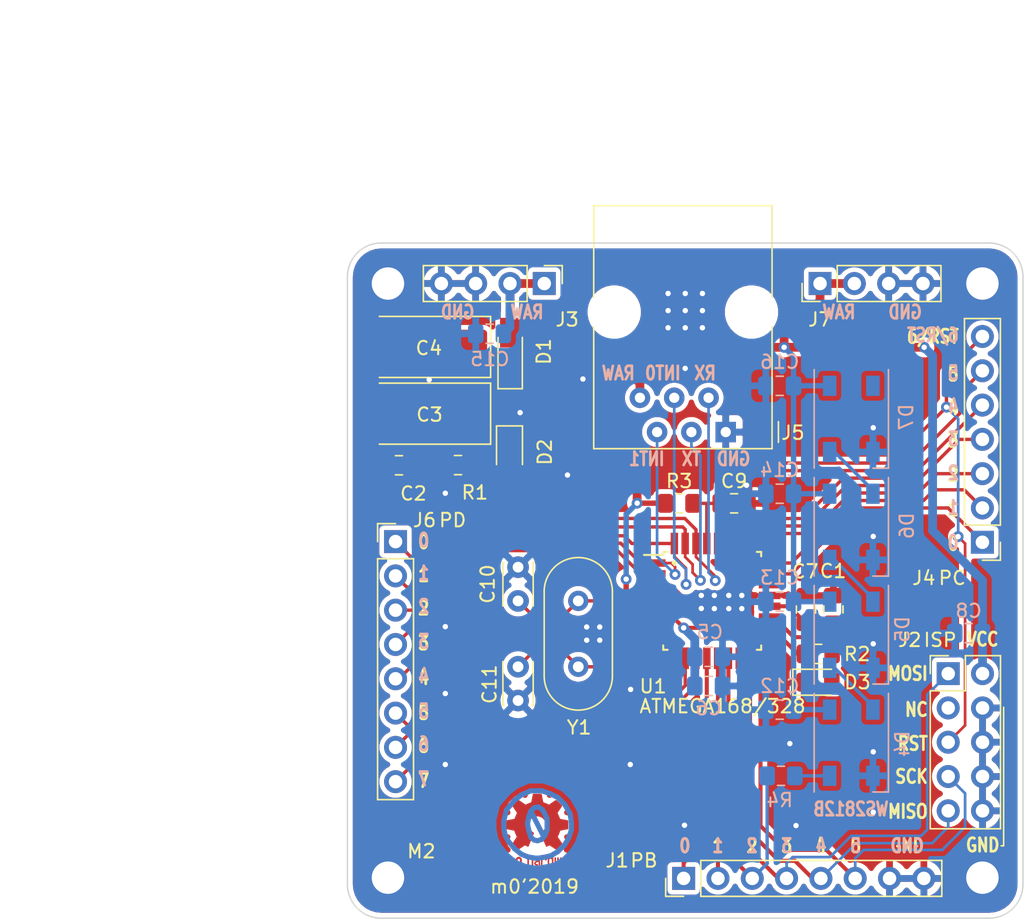
<source format=kicad_pcb>
(kicad_pcb (version 20171130) (host pcbnew 5.1.2-f72e74a~84~ubuntu16.04.1)
  (layers (0 F.Cu signal) (31 B.Cu signal) (34 B.Paste user hide) (35 F.Paste user hide) (36 B.SilkS user) (37 F.SilkS user) (38 B.Mask user hide) (39 F.Mask user hide) (44 Edge.Cuts user))
  (net 0 "")
  (net 1 /INT0)
  (net 2 /TXD)
  (net 3 /RXD)
  (net 4 /RST)
  (net 5 "Net-(U1-Pad22)")
  (net 6 GND)
  (net 7 "Net-(U1-Pad19)")
  (net 8 VCC)
  (net 9 /SCK)
  (net 10 /MISO)
  (net 11 /MOSI)
  (net 12 /INT1)
  (net 13 "Net-(J2-Pad3)")
  (net 14 /XTAL1)
  (net 15 /XTAL2)
  (net 16 /RAW)
  (net 17 "Net-(D2-Pad2)")
  (net 18 "Net-(D3-Pad2)")
  (net 19 "Net-(D4-Pad2)")
  (net 20 "Net-(D5-Pad2)")
  (net 21 "Net-(D6-Pad2)")
  (net 22 "Net-(D7-Pad2)")
  (net 23 /PIX)
  (net 24 "Net-(C7-Pad1)")
  (net 25 "Net-(D4-Pad4)")
  (net 26 /PB1)
  (net 27 /PB0)
  (net 28 /PC5)
  (net 29 /PC4)
  (net 30 /PC3)
  (net 31 /PC2)
  (net 32 /PC1)
  (net 33 /PC0)
  (net 34 /PD7)
  (net 35 /PD6)
  (net 36 /PD5)
  (net 37 /PD4)
  (module Symbol:OSHW-Logo2_7.3x6mm_Copper (layer F.Cu) (at 89.0524 93.5482)
    (fp_text reference REF** hide)
    (fp_text value OSHW-Logo2_7.3x6mm_Copper hide)
    (fp_poly (pts (xy 0.10391 -2.757652) (xy 0.182454 -2.757222) (xy 0.239298 -2.756058) (xy 0.278105 -2.753793) (xy 0.302538 -2.75006) (xy 0.316262 -2.744494) (xy 0.32294 -2.736727) (xy 0.326236 -2.726395) (xy 0.326556 -2.725057) (xy 0.331562 -2.700921) (xy 0.340829 -2.653299) (xy 0.353392 -2.587259) (xy 0.368287 -2.507872) (xy 0.384551 -2.420204) (xy 0.385119 -2.417125) (xy 0.40141 -2.331211) (xy 0.416652 -2.255304) (xy 0.429861 -2.193955) (xy 0.440054 -2.151718) (xy 0.446248 -2.133145) (xy 0.446543 -2.132816) (xy 0.464788 -2.123747) (xy 0.502405 -2.108633) (xy 0.551271 -2.090738) (xy 0.551543 -2.090642) (xy 0.613093 -2.067507) (xy 0.685657 -2.038035) (xy 0.754057 -2.008403) (xy 0.757294 -2.006938) (xy 0.868702 -1.956374) (xy 1.115399 -2.12484) (xy 1.191077 -2.176197) (xy 1.259631 -2.222111) (xy 1.317088 -2.25997) (xy 1.359476 -2.287163) (xy 1.382825 -2.301079) (xy 1.385042 -2.302111) (xy 1.40201 -2.297516) (xy 1.433701 -2.275345) (xy 1.481352 -2.234553) (xy 1.546198 -2.174095) (xy 1.612397 -2.109773) (xy 1.676214 -2.046388) (xy 1.733329 -1.988549) (xy 1.780305 -1.939825) (xy 1.813703 -1.90379) (xy 1.830085 -1.884016) (xy 1.830694 -1.882998) (xy 1.832505 -1.869428) (xy 1.825683 -1.847267) (xy 1.80854 -1.813522) (xy 1.779393 -1.7652) (xy 1.736555 -1.699308) (xy 1.679448 -1.614483) (xy 1.628766 -1.539823) (xy 1.583461 -1.47286) (xy 1.54615 -1.417484) (xy 1.519452 -1.37758) (xy 1.505985 -1.357038) (xy 1.505137 -1.355644) (xy 1.506781 -1.335962) (xy 1.519245 -1.297707) (xy 1.540048 -1.248111) (xy 1.547462 -1.232272) (xy 1.579814 -1.16171) (xy 1.614328 -1.081647) (xy 1.642365 -1.012371) (xy 1.662568 -0.960955) (xy 1.678615 -0.921881) (xy 1.687888 -0.901459) (xy 1.689041 -0.899886) (xy 1.706096 -0.897279) (xy 1.746298 -0.890137) (xy 1.804302 -0.879477) (xy 1.874763 -0.866315) (xy 1.952335 -0.851667) (xy 2.031672 -0.836551) (xy 2.107431 -0.821982) (xy 2.174264 -0.808978) (xy 2.226828 -0.798555) (xy 2.259776 -0.79173) (xy 2.267857 -0.789801) (xy 2.276205 -0.785038) (xy 2.282506 -0.774282) (xy 2.287045 -0.753902) (xy 2.290104 -0.720266) (xy 2.291967 -0.669745) (xy 2.292918 -0.598708) (xy 2.29324 -0.503524) (xy 2.293257 -0.464508) (xy 2.293257 -0.147201) (xy 2.217057 -0.132161) (xy 2.174663 -0.124005) (xy 2.1114 -0.112101) (xy 2.034962 -0.097884) (xy 1.953043 -0.08279) (xy 1.9304 -0.078645) (xy 1.854806 -0.063947) (xy 1.788953 -0.049495) (xy 1.738366 -0.036625) (xy 1.708574 -0.026678) (xy 1.703612 -0.023713) (xy 1.691426 -0.002717) (xy 1.673953 0.037967) (xy 1.654577 0.090322) (xy 1.650734 0.1016) (xy 1.625339 0.171523) (xy 1.593817 0.250418) (xy 1.562969 0.321266) (xy 1.562817 0.321595) (xy 1.511447 0.432733) (xy 1.680399 0.681253) (xy 1.849352 0.929772) (xy 1.632429 1.147058) (xy 1.566819 1.211726) (xy 1.506979 1.268733) (xy 1.456267 1.315033) (xy 1.418046 1.347584) (xy 1.395675 1.363343) (xy 1.392466 1.364343) (xy 1.373626 1.356469) (xy 1.33518 1.334578) (xy 1.28133 1.301267) (xy 1.216276 1.259131) (xy 1.14594 1.211943) (xy 1.074555 1.16381) (xy 1.010908 1.121928) (xy 0.959041 1.088871) (xy 0.922995 1.067218) (xy 0.906867 1.059543) (xy 0.887189 1.066037) (xy 0.849875 1.08315) (xy 0.802621 1.107326) (xy 0.797612 1.110013) (xy 0.733977 1.141927) (xy 0.690341 1.157579) (xy 0.663202 1.157745) (xy 0.649057 1.143204) (xy 0.648975 1.143) (xy 0.641905 1.125779) (xy 0.625042 1.084899) (xy 0.599695 1.023525) (xy 0.567171 0.944819) (xy 0.528778 0.851947) (xy 0.485822 0.748072) (xy 0.444222 0.647502) (xy 0.398504 0.536516) (xy 0.356526 0.433703) (xy 0.319548 0.342215) (xy 0.288827 0.265201) (xy 0.265622 0.205815) (xy 0.25119 0.167209) (xy 0.246743 0.1528) (xy 0.257896 0.136272) (xy 0.287069 0.10993) (xy 0.325971 0.080887) (xy 0.436757 -0.010961) (xy 0.523351 -0.116241) (xy 0.584716 -0.232734) (xy 0.619815 -0.358224) (xy 0.627608 -0.490493) (xy 0.621943 -0.551543) (xy 0.591078 -0.678205) (xy 0.53792 -0.790059) (xy 0.465767 -0.885999) (xy 0.377917 -0.964924) (xy 0.277665 -1.02573) (xy 0.16831 -1.067313) (xy 0.053147 -1.088572) (xy -0.064525 -1.088401) (xy -0.18141 -1.065699) (xy -0.294211 -1.019362) (xy -0.399631 -0.948287) (xy -0.443632 -0.908089) (xy -0.528021 -0.804871) (xy -0.586778 -0.692075) (xy -0.620296 -0.57299) (xy -0.628965 -0.450905) (xy -0.613177 -0.329107) (xy -0.573322 -0.210884) (xy -0.509793 -0.099525) (xy -0.422979 0.001684) (xy -0.325971 0.080887) (xy -0.285563 0.111162) (xy -0.257018 0.137219) (xy -0.246743 0.152825) (xy -0.252123 0.169843) (xy -0.267425 0.2105) (xy -0.291388 0.271642) (xy -0.322756 0.350119) (xy -0.360268 0.44278) (xy -0.402667 0.546472) (xy -0.444337 0.647526) (xy -0.49031 0.758607) (xy -0.532893 0.861541) (xy -0.570779 0.953165) (xy -0.60266 1.030316) (xy -0.627229 1.089831) (xy -0.64318 1.128544) (xy -0.64909 1.143) (xy -0.663052 1.157685) (xy -0.69006 1.157642) (xy -0.733587 1.142099) (xy -0.79711 1.110284) (xy -0.797612 1.110013) (xy -0.84544 1.085323) (xy -0.884103 1.067338) (xy -0.905905 1.059614) (xy -0.906867 1.059543) (xy -0.923279 1.067378) (xy -0.959513 1.089165) (xy -1.011526 1.122328) (xy -1.075275 1.164291) (xy -1.14594 1.211943) (xy -1.217884 1.260191) (xy -1.282726 1.302151) (xy -1.336265 1.335227) (xy -1.374303 1.356821) (xy -1.392467 1.364343) (xy -1.409192 1.354457) (xy -1.44282 1.326826) (xy -1.48999 1.284495) (xy -1.547342 1.230505) (xy -1.611516 1.167899) (xy -1.632503 1.146983) (xy -1.849501 0.929623) (xy -1.684332 0.68722) (xy -1.634136 0.612781) (xy -1.590081 0.545972) (xy -1.554638 0.490665) (xy -1.530281 0.450729) (xy -1.519478 0.430036) (xy -1.519162 0.428563) (xy -1.524857 0.409058) (xy -1.540174 0.369822) (xy -1.562463 0.31743) (xy -1.578107 0.282355) (xy -1.607359 0.215201) (xy -1.634906 0.147358) (xy -1.656263 0.090034) (xy -1.662065 0.072572) (xy -1.678548 0.025938) (xy -1.69466 -0.010095) (xy -1.70351 -0.023713) (xy -1.72304 -0.032048) (xy -1.765666 -0.043863) (xy -1.825855 -0.057819) (xy -1.898078 -0.072578) (xy -1.9304 -0.078645) (xy -2.012478 -0.093727) (xy -2.091205 -0.108331) (xy -2.158891 -0.12102) (xy -2.20784 -0.130358) (xy -2.217057 -0.132161) (xy -2.293257 -0.147201) (xy -2.293257 -0.464508) (xy -2.293086 -0.568846) (xy -2.292384 -0.647787) (xy -2.290866 -0.704962) (xy -2.288251 -0.744001) (xy -2.284254 -0.768535) (xy -2.278591 -0.782195) (xy -2.27098 -0.788611) (xy -2.267857 -0.789801) (xy -2.249022 -0.79402) (xy -2.207412 -0.802438) (xy -2.14837 -0.814039) (xy -2.077243 -0.827805) (xy -1.999375 -0.84272) (xy -1.920113 -0.857768) (xy -1.844802 -0.871931) (xy -1.778787 -0.884194) (xy -1.727413 -0.893539) (xy -1.696025 -0.89895) (xy -1.689041 -0.899886) (xy -1.682715 -0.912404) (xy -1.66871 -0.945754) (xy -1.649645 -0.993623) (xy -1.642366 -1.012371) (xy -1.613004 -1.084805) (xy -1.578429 -1.16483) (xy -1.547463 -1.232272) (xy -1.524677 -1.283841) (xy -1.509518 -1.326215) (xy -1.504458 -1.352166) (xy -1.505264 -1.355644) (xy -1.515959 -1.372064) (xy -1.54038 -1.408583) (xy -1.575905 -1.461313) (xy -1.619913 -1.526365) (xy -1.669783 -1.599849) (xy -1.679644 -1.614355) (xy -1.737508 -1.700296) (xy -1.780044 -1.765739) (xy -1.808946 -1.813696) (xy -1.82591 -1.84718) (xy -1.832633 -1.869205) (xy -1.83081 -1.882783) (xy -1.830764 -1.882869) (xy -1.816414 -1.900703) (xy -1.784677 -1.935183) (xy -1.73899 -1.982732) (xy -1.682796 -2.039778) (xy -1.619532 -2.102745) (xy -1.612398 -2.109773) (xy -1.53267 -2.18698) (xy -1.471143 -2.24367) (xy -1.426579 -2.28089) (xy -1.397743 -2.299685) (xy -1.385042 -2.302111) (xy -1.366506 -2.291529) (xy -1.328039 -2.267084) (xy -1.273614 -2.231388) (xy -1.207202 -2.187053) (xy -1.132775 -2.136689) (xy -1.115399 -2.12484) (xy -0.868703 -1.956374) (xy -0.757294 -2.006938) (xy -0.689543 -2.036405) (xy -0.616817 -2.066041) (xy -0.554297 -2.08967) (xy -0.551543 -2.090642) (xy -0.50264 -2.108543) (xy -0.464943 -2.12368) (xy -0.446575 -2.13279) (xy -0.446544 -2.132816) (xy -0.440715 -2.149283) (xy -0.430808 -2.189781) (xy -0.417805 -2.249758) (xy -0.402691 -2.32466) (xy -0.386448 -2.409936) (xy -0.385119 -2.417125) (xy -0.368825 -2.504986) (xy -0.353867 -2.58474) (xy -0.341209 -2.651319) (xy -0.331814 -2.699653) (xy -0.326646 -2.724675) (xy -0.326556 -2.725057) (xy -0.323411 -2.735701) (xy -0.317296 -2.743738) (xy -0.304547 -2.749533) (xy -0.2815 -2.753453) (xy -0.244491 -2.755865) (xy -0.189856 -2.757135) (xy -0.113933 -2.757629) (xy -0.013056 -2.757714) (xy 0 -2.757714) (xy 0.10391 -2.757652)) (layer F.Cu) (width 0.01))
    (fp_poly (pts (xy 3.153595 1.966966) (xy 3.211021 2.004497) (xy 3.238719 2.038096) (xy 3.260662 2.099064) (xy 3.262405 2.147308) (xy 3.258457 2.211816) (xy 3.109686 2.276934) (xy 3.037349 2.310202) (xy 2.990084 2.336964) (xy 2.965507 2.360144) (xy 2.961237 2.382667) (xy 2.974889 2.407455) (xy 2.989943 2.423886) (xy 3.033746 2.450235) (xy 3.081389 2.452081) (xy 3.125145 2.431546) (xy 3.157289 2.390752) (xy 3.163038 2.376347) (xy 3.190576 2.331356) (xy 3.222258 2.312182) (xy 3.265714 2.295779) (xy 3.265714 2.357966) (xy 3.261872 2.400283) (xy 3.246823 2.435969) (xy 3.21528 2.476943) (xy 3.210592 2.482267) (xy 3.175506 2.51872) (xy 3.145347 2.538283) (xy 3.107615 2.547283) (xy 3.076335 2.55023) (xy 3.020385 2.550965) (xy 2.980555 2.54166) (xy 2.955708 2.527846) (xy 2.916656 2.497467) (xy 2.889625 2.464613) (xy 2.872517 2.423294) (xy 2.863238 2.367521) (xy 2.859693 2.291305) (xy 2.85941 2.252622) (xy 2.860372 2.206247) (xy 2.948007 2.206247) (xy 2.949023 2.231126) (xy 2.951556 2.2352) (xy 2.968274 2.229665) (xy 3.004249 2.215017) (xy 3.052331 2.19419) (xy 3.062386 2.189714) (xy 3.123152 2.158814) (xy 3.156632 2.131657) (xy 3.16399 2.10622) (xy 3.146391 2.080481) (xy 3.131856 2.069109) (xy 3.07941 2.046364) (xy 3.030322 2.050122) (xy 2.989227 2.077884) (xy 2.960758 2.127152) (xy 2.951631 2.166257) (xy 2.948007 2.206247) (xy 2.860372 2.206247) (xy 2.861285 2.162249) (xy 2.868196 2.095384) (xy 2.881884 2.046695) (xy 2.904096 2.010849) (xy 2.936574 1.982513) (xy 2.950733 1.973355) (xy 3.015053 1.949507) (xy 3.085473 1.948006) (xy 3.153595 1.966966)) (layer F.Cu) (width 0.01))
    (fp_poly (pts (xy 2.6526 1.958752) (xy 2.669948 1.966334) (xy 2.711356 1.999128) (xy 2.746765 2.046547) (xy 2.768664 2.097151) (xy 2.772229 2.122098) (xy 2.760279 2.156927) (xy 2.734067 2.175357) (xy 2.705964 2.186516) (xy 2.693095 2.188572) (xy 2.686829 2.173649) (xy 2.674456 2.141175) (xy 2.669028 2.126502) (xy 2.63859 2.075744) (xy 2.59452 2.050427) (xy 2.53801 2.051206) (xy 2.533825 2.052203) (xy 2.503655 2.066507) (xy 2.481476 2.094393) (xy 2.466327 2.139287) (xy 2.45725 2.204615) (xy 2.453286 2.293804) (xy 2.452914 2.341261) (xy 2.45273 2.416071) (xy 2.451522 2.467069) (xy 2.448309 2.499471) (xy 2.442109 2.518495) (xy 2.43194 2.529356) (xy 2.416819 2.537272) (xy 2.415946 2.53767) (xy 2.386828 2.549981) (xy 2.372403 2.554514) (xy 2.370186 2.540809) (xy 2.368289 2.502925) (xy 2.366847 2.445715) (xy 2.365998 2.374027) (xy 2.365829 2.321565) (xy 2.366692 2.220047) (xy 2.37007 2.143032) (xy 2.377142 2.086023) (xy 2.389088 2.044526) (xy 2.40709 2.014043) (xy 2.432327 1.99008) (xy 2.457247 1.973355) (xy 2.517171 1.951097) (xy 2.586911 1.946076) (xy 2.6526 1.958752)) (layer F.Cu) (width 0.01))
    (fp_poly (pts (xy 2.144876 1.956335) (xy 2.186667 1.975344) (xy 2.219469 1.998378) (xy 2.243503 2.024133) (xy 2.260097 2.057358) (xy 2.270577 2.1028) (xy 2.276271 2.165207) (xy 2.278507 2.249327) (xy 2.278743 2.304721) (xy 2.278743 2.520826) (xy 2.241774 2.53767) (xy 2.212656 2.549981) (xy 2.198231 2.554514) (xy 2.195472 2.541025) (xy 2.193282 2.504653) (xy 2.191942 2.451542) (xy 2.191657 2.409372) (xy 2.190434 2.348447) (xy 2.187136 2.300115) (xy 2.182321 2.270518) (xy 2.178496 2.264229) (xy 2.152783 2.270652) (xy 2.112418 2.287125) (xy 2.065679 2.309458) (xy 2.020845 2.333457) (xy 1.986193 2.35493) (xy 1.970002 2.369685) (xy 1.969938 2.369845) (xy 1.97133 2.397152) (xy 1.983818 2.423219) (xy 2.005743 2.444392) (xy 2.037743 2.451474) (xy 2.065092 2.450649) (xy 2.103826 2.450042) (xy 2.124158 2.459116) (xy 2.136369 2.483092) (xy 2.137909 2.487613) (xy 2.143203 2.521806) (xy 2.129047 2.542568) (xy 2.092148 2.552462) (xy 2.052289 2.554292) (xy 1.980562 2.540727) (xy 1.943432 2.521355) (xy 1.897576 2.475845) (xy 1.873256 2.419983) (xy 1.871073 2.360957) (xy 1.891629 2.305953) (xy 1.922549 2.271486) (xy 1.95342 2.252189) (xy 2.001942 2.227759) (xy 2.058485 2.202985) (xy 2.06791 2.199199) (xy 2.130019 2.171791) (xy 2.165822 2.147634) (xy 2.177337 2.123619) (xy 2.16658 2.096635) (xy 2.148114 2.075543) (xy 2.104469 2.049572) (xy 2.056446 2.047624) (xy 2.012406 2.067637) (xy 1.980709 2.107551) (xy 1.976549 2.117848) (xy 1.952327 2.155724) (xy 1.916965 2.183842) (xy 1.872343 2.206917) (xy 1.872343 2.141485) (xy 1.874969 2.101506) (xy 1.88623 2.069997) (xy 1.911199 2.036378) (xy 1.935169 2.010484) (xy 1.972441 1.973817) (xy 2.001401 1.954121) (xy 2.032505 1.94622) (xy 2.067713 1.944914) (xy 2.144876 1.956335)) (layer F.Cu) (width 0.01))
    (fp_poly (pts (xy 1.779833 1.958663) (xy 1.782048 1.99685) (xy 1.783784 2.054886) (xy 1.784899 2.12818) (xy 1.785257 2.205055) (xy 1.785257 2.465196) (xy 1.739326 2.511127) (xy 1.707675 2.539429) (xy 1.67989 2.550893) (xy 1.641915 2.550168) (xy 1.62684 2.548321) (xy 1.579726 2.542948) (xy 1.540756 2.539869) (xy 1.531257 2.539585) (xy 1.499233 2.541445) (xy 1.453432 2.546114) (xy 1.435674 2.548321) (xy 1.392057 2.551735) (xy 1.362745 2.54432) (xy 1.33368 2.521427) (xy 1.323188 2.511127) (xy 1.277257 2.465196) (xy 1.277257 1.978602) (xy 1.314226 1.961758) (xy 1.346059 1.949282) (xy 1.364683 1.944914) (xy 1.369458 1.958718) (xy 1.373921 1.997286) (xy 1.377775 2.056356) (xy 1.380722 2.131663) (xy 1.382143 2.195286) (xy 1.386114 2.445657) (xy 1.420759 2.450556) (xy 1.452268 2.447131) (xy 1.467708 2.436041) (xy 1.472023 2.415308) (xy 1.475708 2.371145) (xy 1.478469 2.309146) (xy 1.480012 2.234909) (xy 1.480235 2.196706) (xy 1.480457 1.976783) (xy 1.526166 1.960849) (xy 1.558518 1.950015) (xy 1.576115 1.944962) (xy 1.576623 1.944914) (xy 1.578388 1.958648) (xy 1.580329 1.99673) (xy 1.582282 2.054482) (xy 1.584084 2.127227) (xy 1.585343 2.195286) (xy 1.589314 2.445657) (xy 1.6764 2.445657) (xy 1.680396 2.21724) (xy 1.684392 1.988822) (xy 1.726847 1.966868) (xy 1.758192 1.951793) (xy 1.776744 1.944951) (xy 1.777279 1.944914) (xy 1.779833 1.958663)) (layer F.Cu) (width 0.01))
    (fp_poly (pts (xy 1.190117 2.065358) (xy 1.189933 2.173837) (xy 1.189219 2.257287) (xy 1.187675 2.319704) (xy 1.185001 2.365085) (xy 1.180894 2.397429) (xy 1.175055 2.420733) (xy 1.167182 2.438995) (xy 1.161221 2.449418) (xy 1.111855 2.505945) (xy 1.049264 2.541377) (xy 0.980013 2.55409) (xy 0.910668 2.542463) (xy 0.869375 2.521568) (xy 0.826025 2.485422) (xy 0.796481 2.441276) (xy 0.778655 2.383462) (xy 0.770463 2.306313) (xy 0.769302 2.249714) (xy 0.769458 2.245647) (xy 0.870857 2.245647) (xy 0.871476 2.31055) (xy 0.874314 2.353514) (xy 0.88084 2.381622) (xy 0.892523 2.401953) (xy 0.906483 2.417288) (xy 0.953365 2.44689) (xy 1.003701 2.449419) (xy 1.051276 2.424705) (xy 1.054979 2.421356) (xy 1.070783 2.403935) (xy 1.080693 2.383209) (xy 1.086058 2.352362) (xy 1.088228 2.304577) (xy 1.088571 2.251748) (xy 1.087827 2.185381) (xy 1.084748 2.141106) (xy 1.078061 2.112009) (xy 1.066496 2.091173) (xy 1.057013 2.080107) (xy 1.01296 2.052198) (xy 0.962224 2.048843) (xy 0.913796 2.070159) (xy 0.90445 2.078073) (xy 0.88854 2.095647) (xy 0.87861 2.116587) (xy 0.873278 2.147782) (xy 0.871163 2.196122) (xy 0.870857 2.245647) (xy 0.769458 2.245647) (xy 0.77281 2.158568) (xy 0.784726 2.090086) (xy 0.807135 2.0386) (xy 0.842124 1.998443) (xy 0.869375 1.977861) (xy 0.918907 1.955625) (xy 0.976316 1.945304) (xy 1.029682 1.948067) (xy 1.059543 1.959212) (xy 1.071261 1.962383) (xy 1.079037 1.950557) (xy 1.084465 1.918866) (xy 1.088571 1.870593) (xy 1.093067 1.816829) (xy 1.099313 1.784482) (xy 1.110676 1.765985) (xy 1.130528 1.75377) (xy 1.143 1.748362) (xy 1.190171 1.728601) (xy 1.190117 2.065358)) (layer F.Cu) (width 0.01))
    (fp_poly (pts (xy 0.529926 1.949755) (xy 0.595858 1.974084) (xy 0.649273 2.017117) (xy 0.670164 2.047409) (xy 0.692939 2.102994) (xy 0.692466 2.143186) (xy 0.668562 2.170217) (xy 0.659717 2.174813) (xy 0.62153 2.189144) (xy 0.602028 2.185472) (xy 0.595422 2.161407) (xy 0.595086 2.148114) (xy 0.582992 2.09921) (xy 0.551471 2.064999) (xy 0.507659 2.048476) (xy 0.458695 2.052634) (xy 0.418894 2.074227) (xy 0.40545 2.086544) (xy 0.395921 2.101487) (xy 0.389485 2.124075) (xy 0.385317 2.159328) (xy 0.382597 2.212266) (xy 0.380502 2.287907) (xy 0.37996 2.311857) (xy 0.377981 2.39379) (xy 0.375731 2.451455) (xy 0.372357 2.489608) (xy 0.367006 2.513004) (xy 0.358824 2.526398) (xy 0.346959 2.534545) (xy 0.339362 2.538144) (xy 0.307102 2.550452) (xy 0.288111 2.554514) (xy 0.281836 2.540948) (xy 0.278006 2.499934) (xy 0.2766 2.430999) (xy 0.277598 2.333669) (xy 0.277908 2.318657) (xy 0.280101 2.229859) (xy 0.282693 2.165019) (xy 0.286382 2.119067) (xy 0.291864 2.086935) (xy 0.299835 2.063553) (xy 0.310993 2.043852) (xy 0.31683 2.03541) (xy 0.350296 1.998057) (xy 0.387727 1.969003) (xy 0.392309 1.966467) (xy 0.459426 1.946443) (xy 0.529926 1.949755)) (layer F.Cu) (width 0.01))
    (fp_poly (pts (xy 0.039744 1.950968) (xy 0.096616 1.972087) (xy 0.097267 1.972493) (xy 0.13244 1.99838) (xy 0.158407 2.028633) (xy 0.17667 2.068058) (xy 0.188732 2.121462) (xy 0.196096 2.193651) (xy 0.200264 2.289432) (xy 0.200629 2.303078) (xy 0.205876 2.508842) (xy 0.161716 2.531678) (xy 0.129763 2.54711) (xy 0.11047 2.554423) (xy 0.109578 2.554514) (xy 0.106239 2.541022) (xy 0.103587 2.504626) (xy 0.101956 2.451452) (xy 0.1016 2.408393) (xy 0.101592 2.338641) (xy 0.098403 2.294837) (xy 0.087288 2.273944) (xy 0.063501 2.272925) (xy 0.022296 2.288741) (xy -0.039914 2.317815) (xy -0.085659 2.341963) (xy -0.109187 2.362913) (xy -0.116104 2.385747) (xy -0.116114 2.386877) (xy -0.104701 2.426212) (xy -0.070908 2.447462) (xy -0.019191 2.450539) (xy 0.018061 2.450006) (xy 0.037703 2.460735) (xy 0.049952 2.486505) (xy 0.057002 2.519337) (xy 0.046842 2.537966) (xy 0.043017 2.540632) (xy 0.007001 2.55134) (xy -0.043434 2.552856) (xy -0.095374 2.545759) (xy -0.132178 2.532788) (xy -0.183062 2.489585) (xy -0.211986 2.429446) (xy -0.217714 2.382462) (xy -0.213343 2.340082) (xy -0.197525 2.305488) (xy -0.166203 2.274763) (xy -0.115322 2.24399) (xy -0.040824 2.209252) (xy -0.036286 2.207288) (xy 0.030821 2.176287) (xy 0.072232 2.150862) (xy 0.089981 2.128014) (xy 0.086107 2.104745) (xy 0.062643 2.078056) (xy 0.055627 2.071914) (xy 0.00863 2.0481) (xy -0.040067 2.049103) (xy -0.082478 2.072451) (xy -0.110616 2.115675) (xy -0.113231 2.12416) (xy -0.138692 2.165308) (xy -0.170999 2.185128) (xy -0.217714 2.20477) (xy -0.217714 2.15395) (xy -0.203504 2.080082) (xy -0.161325 2.012327) (xy -0.139376 1.989661) (xy -0.089483 1.960569) (xy -0.026033 1.9474) (xy 0.039744 1.950968)) (layer F.Cu) (width 0.01))
    (fp_poly (pts (xy -0.624114 1.851289) (xy -0.619861 1.910613) (xy -0.614975 1.945572) (xy -0.608205 1.96082) (xy -0.598298 1.961015) (xy -0.595086 1.959195) (xy -0.552356 1.946015) (xy -0.496773 1.946785) (xy -0.440263 1.960333) (xy -0.404918 1.977861) (xy -0.368679 2.005861) (xy -0.342187 2.037549) (xy -0.324001 2.077813) (xy -0.312678 2.131543) (xy -0.306778 2.203626) (xy -0.304857 2.298951) (xy -0.304823 2.317237) (xy -0.3048 2.522646) (xy -0.350509 2.53858) (xy -0.382973 2.54942) (xy -0.400785 2.554468) (xy -0.401309 2.554514) (xy -0.403063 2.540828) (xy -0.404556 2.503076) (xy -0.405674 2.446224) (xy -0.406303 2.375234) (xy -0.4064 2.332073) (xy -0.406602 2.246973) (xy -0.407642 2.185981) (xy -0.410169 2.144177) (xy -0.414836 2.116642) (xy -0.422293 2.098456) (xy -0.433189 2.084698) (xy -0.439993 2.078073) (xy -0.486728 2.051375) (xy -0.537728 2.049375) (xy -0.583999 2.071955) (xy -0.592556 2.080107) (xy -0.605107 2.095436) (xy -0.613812 2.113618) (xy -0.619369 2.139909) (xy -0.622474 2.179562) (xy -0.623824 2.237832) (xy -0.624114 2.318173) (xy -0.624114 2.522646) (xy -0.669823 2.53858) (xy -0.702287 2.54942) (xy -0.720099 2.554468) (xy -0.720623 2.554514) (xy -0.721963 2.540623) (xy -0.723172 2.501439) (xy -0.724199 2.4407) (xy -0.724998 2.362141) (xy -0.725519 2.269498) (xy -0.725714 2.166509) (xy -0.725714 1.769342) (xy -0.678543 1.749444) (xy -0.631371 1.729547) (xy -0.624114 1.851289)) (layer F.Cu) (width 0.01))
    (fp_poly (pts (xy -1.831697 1.931239) (xy -1.774473 1.969735) (xy -1.730251 2.025335) (xy -1.703833 2.096086) (xy -1.69849 2.148162) (xy -1.699097 2.169893) (xy -1.704178 2.186531) (xy -1.718145 2.201437) (xy -1.745411 2.217973) (xy -1.790388 2.239498) (xy -1.857489 2.269374) (xy -1.857829 2.269524) (xy -1.919593 2.297813) (xy -1.970241 2.322933) (xy -2.004596 2.342179) (xy -2.017482 2.352848) (xy -2.017486 2.352934) (xy -2.006128 2.376166) (xy -1.979569 2.401774) (xy -1.949077 2.420221) (xy -1.93363 2.423886) (xy -1.891485 2.411212) (xy -1.855192 2.379471) (xy -1.837483 2.344572) (xy -1.820448 2.318845) (xy -1.787078 2.289546) (xy -1.747851 2.264235) (xy -1.713244 2.250471) (xy -1.706007 2.249714) (xy -1.697861 2.26216) (xy -1.69737 2.293972) (xy -1.703357 2.336866) (xy -1.714643 2.382558) (xy -1.73005 2.422761) (xy -1.730829 2.424322) (xy -1.777196 2.489062) (xy -1.837289 2.533097) (xy -1.905535 2.554711) (xy -1.976362 2.552185) (xy -2.044196 2.523804) (xy -2.047212 2.521808) (xy -2.100573 2.473448) (xy -2.13566 2.410352) (xy -2.155078 2.327387) (xy -2.157684 2.304078) (xy -2.162299 2.194055) (xy -2.156767 2.142748) (xy -2.017486 2.142748) (xy -2.015676 2.174753) (xy -2.005778 2.184093) (xy -1.981102 2.177105) (xy -1.942205 2.160587) (xy -1.898725 2.139881) (xy -1.897644 2.139333) (xy -1.860791 2.119949) (xy -1.846 2.107013) (xy -1.849647 2.093451) (xy -1.865005 2.075632) (xy -1.904077 2.049845) (xy -1.946154 2.04795) (xy -1.983897 2.066717) (xy -2.009966 2.102915) (xy -2.017486 2.142748) (xy -2.156767 2.142748) (xy -2.152806 2.106027) (xy -2.12845 2.036212) (xy -2.094544 1.987302) (xy -2.033347 1.937878) (xy -1.965937 1.913359) (xy -1.89712 1.911797) (xy -1.831697 1.931239)) (layer F.Cu) (width 0.01))
    (fp_poly (pts (xy -2.958885 1.921962) (xy -2.890855 1.957733) (xy -2.840649 2.015301) (xy -2.822815 2.052312) (xy -2.808937 2.107882) (xy -2.801833 2.178096) (xy -2.80116 2.254727) (xy -2.806573 2.329552) (xy -2.81773 2.394342) (xy -2.834286 2.440873) (xy -2.839374 2.448887) (xy -2.899645 2.508707) (xy -2.971231 2.544535) (xy -3.048908 2.55502) (xy -3.127452 2.53881) (xy -3.149311 2.529092) (xy -3.191878 2.499143) (xy -3.229237 2.459433) (xy -3.232768 2.454397) (xy -3.247119 2.430124) (xy -3.256606 2.404178) (xy -3.26221 2.370022) (xy -3.264914 2.321119) (xy -3.265701 2.250935) (xy -3.265714 2.2352) (xy -3.265678 2.230192) (xy -3.120571 2.230192) (xy -3.119727 2.29643) (xy -3.116404 2.340386) (xy -3.109417 2.368779) (xy -3.097584 2.388325) (xy -3.091543 2.394857) (xy -3.056814 2.41968) (xy -3.023097 2.418548) (xy -2.989005 2.397016) (xy -2.968671 2.374029) (xy -2.956629 2.340478) (xy -2.949866 2.287569) (xy -2.949402 2.281399) (xy -2.948248 2.185513) (xy -2.960312 2.114299) (xy -2.98543 2.068194) (xy -3.02344 2.047635) (xy -3.037008 2.046514) (xy -3.072636 2.052152) (xy -3.097006 2.071686) (xy -3.111907 2.109042) (xy -3.119125 2.16815) (xy -3.120571 2.230192) (xy -3.265678 2.230192) (xy -3.265174 2.160413) (xy -3.262904 2.108159) (xy -3.257932 2.071949) (xy -3.249287 2.045299) (xy -3.235995 2.021722) (xy -3.233057 2.017338) (xy -3.183687 1.958249) (xy -3.129891 1.923947) (xy -3.064398 1.910331) (xy -3.042158 1.909665) (xy -2.958885 1.921962)) (layer F.Cu) (width 0.01))
    (fp_poly (pts (xy -1.283907 1.92778) (xy -1.237328 1.954723) (xy -1.204943 1.981466) (xy -1.181258 2.009484) (xy -1.164941 2.043748) (xy -1.154661 2.089227) (xy -1.149086 2.150892) (xy -1.146884 2.233711) (xy -1.146629 2.293246) (xy -1.146629 2.512391) (xy -1.208314 2.540044) (xy -1.27 2.567697) (xy -1.277257 2.32767) (xy -1.280256 2.238028) (xy -1.283402 2.172962) (xy -1.287299 2.128026) (xy -1.292553 2.09877) (xy -1.299769 2.080748) (xy -1.30955 2.069511) (xy -1.312688 2.067079) (xy -1.360239 2.048083) (xy -1.408303 2.0556) (xy -1.436914 2.075543) (xy -1.448553 2.089675) (xy -1.456609 2.10822) (xy -1.461729 2.136334) (xy -1.464559 2.179173) (xy -1.465744 2.241895) (xy -1.465943 2.307261) (xy -1.465982 2.389268) (xy -1.467386 2.447316) (xy -1.472086 2.486465) (xy -1.482013 2.51178) (xy -1.499097 2.528323) (xy -1.525268 2.541156) (xy -1.560225 2.554491) (xy -1.598404 2.569007) (xy -1.593859 2.311389) (xy -1.592029 2.218519) (xy -1.589888 2.149889) (xy -1.586819 2.100711) (xy -1.582206 2.066198) (xy -1.575432 2.041562) (xy -1.565881 2.022016) (xy -1.554366 2.00477) (xy -1.49881 1.94968) (xy -1.43102 1.917822) (xy -1.357287 1.910191) (xy -1.283907 1.92778)) (layer F.Cu) (width 0.01))
    (fp_poly (pts (xy -2.400256 1.919918) (xy -2.344799 1.947568) (xy -2.295852 1.99848) (xy -2.282371 2.017338) (xy -2.267686 2.042015) (xy -2.258158 2.068816) (xy -2.252707 2.104587) (xy -2.250253 2.156169) (xy -2.249714 2.224267) (xy -2.252148 2.317588) (xy -2.260606 2.387657) (xy -2.276826 2.439931) (xy -2.302546 2.479869) (xy -2.339503 2.512929) (xy -2.342218 2.514886) (xy -2.37864 2.534908) (xy -2.422498 2.544815) (xy -2.478276 2.547257) (xy -2.568952 2.547257) (xy -2.56899 2.635283) (xy -2.569834 2.684308) (xy -2.574976 2.713065) (xy -2.588413 2.730311) (xy -2.614142 2.744808) (xy -2.620321 2.747769) (xy -2.649236 2.761648) (xy -2.671624 2.770414) (xy -2.688271 2.771171) (xy -2.699964 2.761023) (xy -2.70749 2.737073) (xy -2.711634 2.696426) (xy -2.713185 2.636186) (xy -2.712929 2.553455) (xy -2.711651 2.445339) (xy -2.711252 2.413) (xy -2.709815 2.301524) (xy -2.708528 2.228603) (xy -2.569029 2.228603) (xy -2.568245 2.290499) (xy -2.56476 2.330997) (xy -2.556876 2.357708) (xy -2.542895 2.378244) (xy -2.533403 2.38826) (xy -2.494596 2.417567) (xy -2.460237 2.419952) (xy -2.424784 2.39575) (xy -2.423886 2.394857) (xy -2.409461 2.376153) (xy -2.400687 2.350732) (xy -2.396261 2.311584) (xy -2.394882 2.251697) (xy -2.394857 2.23843) (xy -2.398188 2.155901) (xy -2.409031 2.098691) (xy -2.42866 2.063766) (xy -2.45835 2.048094) (xy -2.475509 2.046514) (xy -2.516234 2.053926) (xy -2.544168 2.07833) (xy -2.560983 2.12298) (xy -2.56835 2.19113) (xy -2.569029 2.228603) (xy -2.708528 2.228603) (xy -2.708292 2.215245) (xy -2.706323 2.150333) (xy -2.70355 2.102958) (xy -2.699612 2.06929) (xy -2.694151 2.045498) (xy -2.686808 2.027753) (xy -2.677223 2.012224) (xy -2.673113 2.006381) (xy -2.618595 1.951185) (xy -2.549664 1.91989) (xy -2.469928 1.911165) (xy -2.400256 1.919918)) (layer F.Cu) (width 0.01))
  )
  (module Symbol:Symbol_CC-PublicDomain_CopperTop_Small (layer B.Cu) (at 89.0778 93.0656)
    (fp_text reference REF** hide)
    (fp_text value Symbol_CC-PublicDomain_CopperTop_Small hide)
    (fp_line (start 0.59944 2.4003) (end 0 2.49936) (layer B.Cu) (width 0.381))
    (fp_line (start 1.00076 2.30124) (end 0.59944 2.4003) (layer B.Cu) (width 0.381))
    (fp_line (start 1.50114 1.99898) (end 1.00076 2.30124) (layer B.Cu) (width 0.381))
    (fp_line (start 1.99898 1.50114) (end 1.50114 1.99898) (layer B.Cu) (width 0.381))
    (fp_line (start 2.30124 1.00076) (end 1.99898 1.50114) (layer B.Cu) (width 0.381))
    (fp_line (start 2.49936 0.39878) (end 2.30124 1.00076) (layer B.Cu) (width 0.381))
    (fp_line (start 2.49936 -0.20066) (end 2.49936 0.39878) (layer B.Cu) (width 0.381))
    (fp_line (start 2.4003 -0.8001) (end 2.49936 -0.20066) (layer B.Cu) (width 0.381))
    (fp_line (start 1.99898 -1.50114) (end 2.4003 -0.8001) (layer B.Cu) (width 0.381))
    (fp_line (start 1.50114 -1.99898) (end 1.99898 -1.50114) (layer B.Cu) (width 0.381))
    (fp_line (start 0.89916 -2.30124) (end 1.50114 -1.99898) (layer B.Cu) (width 0.381))
    (fp_line (start 0.29972 -2.49936) (end 0.89916 -2.30124) (layer B.Cu) (width 0.381))
    (fp_line (start -0.50038 -2.49936) (end 0.29972 -2.49936) (layer B.Cu) (width 0.381))
    (fp_line (start -1.19888 -2.19964) (end -0.50038 -2.49936) (layer B.Cu) (width 0.381))
    (fp_line (start -1.69926 -1.80086) (end -1.19888 -2.19964) (layer B.Cu) (width 0.381))
    (fp_line (start -2.30124 -1.09982) (end -1.69926 -1.80086) (layer B.Cu) (width 0.381))
    (fp_line (start -2.49936 -0.29972) (end -2.30124 -1.09982) (layer B.Cu) (width 0.381))
    (fp_line (start -2.49936 0.29972) (end -2.49936 -0.29972) (layer B.Cu) (width 0.381))
    (fp_line (start -2.4003 0.8001) (end -2.49936 0.29972) (layer B.Cu) (width 0.381))
    (fp_line (start -2.19964 1.19888) (end -2.4003 0.8001) (layer B.Cu) (width 0.381))
    (fp_line (start -1.69926 1.80086) (end -2.19964 1.19888) (layer B.Cu) (width 0.381))
    (fp_line (start -1.19888 2.19964) (end -1.69926 1.80086) (layer B.Cu) (width 0.381))
    (fp_line (start -0.70104 2.4003) (end -1.19888 2.19964) (layer B.Cu) (width 0.381))
    (fp_line (start -0.09906 2.49936) (end -0.70104 2.4003) (layer B.Cu) (width 0.381))
    (fp_line (start 0 2.49936) (end -0.09906 2.49936) (layer B.Cu) (width 0.381))
    (fp_line (start -0.25 1.15) (end 0 1.2) (layer B.Cu) (width 0.381))
    (fp_line (start -0.5 0.95) (end -0.25 1.15) (layer B.Cu) (width 0.381))
    (fp_line (start -0.65 0.45) (end -0.5 0.95) (layer B.Cu) (width 0.381))
    (fp_line (start -0.75 -0.05) (end -0.65 0.45) (layer B.Cu) (width 0.381))
    (fp_line (start -0.65 -0.6) (end -0.75 -0.05) (layer B.Cu) (width 0.381))
    (fp_line (start -0.5 -1) (end -0.65 -0.6) (layer B.Cu) (width 0.381))
    (fp_line (start -0.25 -1.25) (end -0.5 -1) (layer B.Cu) (width 0.381))
    (fp_line (start 0.05 -1.3) (end -0.25 -1.25) (layer B.Cu) (width 0.381))
    (fp_line (start 0.35 -1.1) (end 0.05 -1.3) (layer B.Cu) (width 0.381))
    (fp_line (start 0.5 -0.85) (end 0.35 -1.1) (layer B.Cu) (width 0.381))
    (fp_line (start 0.7 -0.4) (end 0.5 -0.85) (layer B.Cu) (width 0.381))
    (fp_line (start 0.7 -0.05) (end 0.7 -0.4) (layer B.Cu) (width 0.381))
    (fp_line (start 0.7 0.4) (end 0.7 -0.05) (layer B.Cu) (width 0.381))
    (fp_line (start 0.55 0.8) (end 0.7 0.4) (layer B.Cu) (width 0.381))
    (fp_line (start 0.3 1.1) (end 0.55 0.8) (layer B.Cu) (width 0.381))
    (fp_line (start 0 1.2) (end 0.3 1.1) (layer B.Cu) (width 0.381))
    (fp_line (start 0.45 0.9) (end -0.45 -0.9) (layer B.Cu) (width 0.381))
  )
  (module Connector_PinHeader_2.54mm:PinHeader_1x04_P2.54mm_Vertical (layer F.Cu) (at 109.982 53 90)
    (fp_text reference J7 (at -2.66664 -0.01524 180) (layer F.SilkS))
    (fp_text value PWR)
    (pad 4 thru_hole oval (at 0 7.62 90) (size 1.7 1.7) (drill 1) (layers *.Cu *.Mask) (net 6 GND))
    (pad 3 thru_hole oval (at 0 5.08 90) (size 1.7 1.7) (drill 1) (layers *.Cu *.Mask) (net 6 GND))
    (pad 2 thru_hole oval (at 0 2.54 90) (size 1.7 1.7) (drill 1) (layers *.Cu *.Mask) (net 16 /RAW))
    (pad 1 thru_hole rect (at 0 0 90) (size 1.7 1.7) (drill 1) (layers *.Cu *.Mask) (net 16 /RAW))
  )
  (module LED_SMD:LED_WS2812B_PLCC4_5.0x5.0mm_P3.2mm (layer B.Cu) (at 112.29594 63.02248 270)
    (fp_text reference D7 (at -0.13208 -4.06146 90) (layer B.SilkS) (effects (justify mirror)))
    (fp_text value WS2812B)
    (pad 1 smd rect (at -2.45 1.6 270) (size 1.5 1) (layers B.Cu B.Paste B.Mask) (net 16 /RAW))
    (pad 2 smd rect (at -2.45 -1.6 270) (size 1.5 1) (layers B.Cu B.Paste B.Mask) (net 22 "Net-(D7-Pad2)"))
    (pad 4 smd rect (at 2.45 1.6 270) (size 1.5 1) (layers B.Cu B.Paste B.Mask) (net 21 "Net-(D6-Pad2)"))
    (pad 3 smd rect (at 2.45 -1.6 270) (size 1.5 1) (layers B.Cu B.Paste B.Mask) (net 6 GND))
  )
  (module Capacitor_SMD:C_0805_2012Metric_Pad1.15x1.40mm_HandSolder (layer B.Cu) (at 101.736 82.804)
    (fp_text reference C6 (at 0 1.65) (layer B.SilkS) (effects (justify mirror)))
    (fp_text value 1)
    (pad 2 smd roundrect (at 1.025 0) (size 1.15 1.4) (layers B.Cu B.Paste B.Mask) (roundrect_rratio 0.217391) (net 6 GND))
    (pad 1 smd roundrect (at -1.025 0) (size 1.15 1.4) (layers B.Cu B.Paste B.Mask) (roundrect_rratio 0.217391) (net 8 VCC))
  )
  (module Capacitor_SMD:C_0805_2012Metric_Pad1.15x1.40mm_HandSolder (layer B.Cu) (at 120.9802 78.8924 180)
    (fp_text reference C8 (at 0 1.65) (layer B.SilkS) (effects (justify mirror)))
    (fp_text value 1)
    (pad 2 smd roundrect (at 1.025 0 180) (size 1.15 1.4) (layers B.Cu B.Paste B.Mask) (roundrect_rratio 0.217391) (net 6 GND))
    (pad 1 smd roundrect (at -1.025 0 180) (size 1.15 1.4) (layers B.Cu B.Paste B.Mask) (roundrect_rratio 0.217391) (net 16 /RAW))
  )
  (module Capacitor_SMD:C_0805_2012Metric_Pad1.15x1.40mm_HandSolder (layer B.Cu) (at 101.736 80.645)
    (fp_text reference C5 (at 0.0926 -1.8288) (layer B.SilkS) (effects (justify mirror)))
    (fp_text value 1)
    (pad 2 smd roundrect (at 1.025 0) (size 1.15 1.4) (layers B.Cu B.Paste B.Mask) (roundrect_rratio 0.217391) (net 6 GND))
    (pad 1 smd roundrect (at -1.025 0) (size 1.15 1.4) (layers B.Cu B.Paste B.Mask) (roundrect_rratio 0.217391) (net 8 VCC))
  )
  (module Capacitor_Tantalum_SMD:CP_EIA-7343-31_Kemet-D_Pad2.25x2.55mm_HandSolder (layer F.Cu) (at 81.0133 57.6961 180)
    (fp_text reference C4 (at -0.0127 -0.0889) (layer F.SilkS))
    (fp_text value 100)
    (pad 2 smd roundrect (at 3.2 0 180) (size 2.25 2.55) (layers F.Cu F.Paste F.Mask) (roundrect_rratio 0.111111) (net 6 GND))
    (pad 1 smd roundrect (at -3.2 0 180) (size 2.25 2.55) (layers F.Cu F.Paste F.Mask) (roundrect_rratio 0.111111) (net 8 VCC))
  )
  (module Capacitor_SMD:C_0805_2012Metric_Pad1.15x1.40mm_HandSolder (layer F.Cu) (at 78.8162 66.4591 180)
    (fp_text reference C2 (at -1.0668 -2.0955) (layer F.SilkS))
    (fp_text value 0.1)
    (pad 2 smd roundrect (at 1.025 0 180) (size 1.15 1.4) (layers F.Cu F.Paste F.Mask) (roundrect_rratio 0.217391) (net 6 GND))
    (pad 1 smd roundrect (at -1.025 0 180) (size 1.15 1.4) (layers F.Cu F.Paste F.Mask) (roundrect_rratio 0.217391) (net 8 VCC))
  )
  (module Capacitor_Tantalum_SMD:CP_EIA-7343-31_Kemet-D_Pad2.25x2.55mm_HandSolder (layer F.Cu) (at 81.0133 62.6364 180)
    (fp_text reference C3 (at -0.0635 -0.0762) (layer F.SilkS))
    (fp_text value 100)
    (pad 2 smd roundrect (at 3.2 0 180) (size 2.25 2.55) (layers F.Cu F.Paste F.Mask) (roundrect_rratio 0.111111) (net 6 GND))
    (pad 1 smd roundrect (at -3.2 0 180) (size 2.25 2.55) (layers F.Cu F.Paste F.Mask) (roundrect_rratio 0.111111) (net 8 VCC))
  )
  (module Capacitor_SMD:C_0805_2012Metric_Pad1.15x1.40mm_HandSolder (layer B.Cu) (at 106.99698 60.5762 180)
    (fp_text reference C16 (at 0 1.7752) (layer B.SilkS) (effects (justify mirror)))
    (fp_text value 1)
    (pad 2 smd roundrect (at 1.025 0 180) (size 1.15 1.4) (layers B.Cu B.Paste B.Mask) (roundrect_rratio 0.217391) (net 6 GND))
    (pad 1 smd roundrect (at -1.025 0 180) (size 1.15 1.4) (layers B.Cu B.Paste B.Mask) (roundrect_rratio 0.217391) (net 16 /RAW))
  )
  (module Capacitor_SMD:C_0805_2012Metric_Pad1.15x1.40mm_HandSolder (layer B.Cu) (at 85.5218 56.7182 180)
    (fp_text reference C15 (at -0.0254 -1.8796) (layer B.SilkS) (effects (justify mirror)))
    (fp_text value 1)
    (pad 2 smd roundrect (at 1.025 0 180) (size 1.15 1.4) (layers B.Cu B.Paste B.Mask) (roundrect_rratio 0.217391) (net 6 GND))
    (pad 1 smd roundrect (at -1.025 0 180) (size 1.15 1.4) (layers B.Cu B.Paste B.Mask) (roundrect_rratio 0.217391) (net 16 /RAW))
  )
  (module Capacitor_SMD:C_0805_2012Metric_Pad1.15x1.40mm_HandSolder (layer B.Cu) (at 106.99698 68.565346 180)
    (fp_text reference C14 (at 0 1.763346) (layer B.SilkS) (effects (justify mirror)))
    (fp_text value 1)
    (pad 2 smd roundrect (at 1.025 0 180) (size 1.15 1.4) (layers B.Cu B.Paste B.Mask) (roundrect_rratio 0.217391) (net 6 GND))
    (pad 1 smd roundrect (at -1.025 0 180) (size 1.15 1.4) (layers B.Cu B.Paste B.Mask) (roundrect_rratio 0.217391) (net 16 /RAW))
  )
  (module Capacitor_SMD:C_0805_2012Metric_Pad1.15x1.40mm_HandSolder (layer B.Cu) (at 106.99698 76.564652 180)
    (fp_text reference C13 (at 0 1.787052) (layer B.SilkS) (effects (justify mirror)))
    (fp_text value 1)
    (pad 2 smd roundrect (at 1.025 0 180) (size 1.15 1.4) (layers B.Cu B.Paste B.Mask) (roundrect_rratio 0.217391) (net 6 GND))
    (pad 1 smd roundrect (at -1.025 0 180) (size 1.15 1.4) (layers B.Cu B.Paste B.Mask) (roundrect_rratio 0.217391) (net 16 /RAW))
  )
  (module Capacitor_SMD:C_0805_2012Metric_Pad1.15x1.40mm_HandSolder (layer B.Cu) (at 106.99698 84.5566 180)
    (fp_text reference C12 (at 0 1.7526) (layer B.SilkS) (effects (justify mirror)))
    (fp_text value 1)
    (pad 2 smd roundrect (at 1.025 0 180) (size 1.15 1.4) (layers B.Cu B.Paste B.Mask) (roundrect_rratio 0.217391) (net 6 GND))
    (pad 1 smd roundrect (at -1.025 0 180) (size 1.15 1.4) (layers B.Cu B.Paste B.Mask) (roundrect_rratio 0.217391) (net 16 /RAW))
  )
  (module Resistor_SMD:R_0805_2012Metric_Pad1.15x1.40mm_HandSolder (layer B.Cu) (at 107.09148 89.4588)
    (fp_text reference R4 (at -0.0945 1.8034) (layer B.SilkS) (effects (justify mirror)))
    (fp_text value 330)
    (pad 2 smd roundrect (at 1.025 0) (size 1.15 1.4) (layers B.Cu B.Paste B.Mask) (roundrect_rratio 0.217391) (net 25 "Net-(D4-Pad4)"))
    (pad 1 smd roundrect (at -1.025 0) (size 1.15 1.4) (layers B.Cu B.Paste B.Mask) (roundrect_rratio 0.217391) (net 23 /PIX))
  )
  (module Resistor_SMD:R_0805_2012Metric_Pad1.15x1.40mm_HandSolder (layer F.Cu) (at 109.8513 80.4291)
    (fp_text reference R2 (at 2.8739 0.0127) (layer F.SilkS))
    (fp_text value 330)
    (pad 2 smd roundrect (at 1.025 0) (size 1.15 1.4) (layers F.Cu F.Paste F.Mask) (roundrect_rratio 0.217391) (net 18 "Net-(D3-Pad2)"))
    (pad 1 smd roundrect (at -1.025 0) (size 1.15 1.4) (layers F.Cu F.Paste F.Mask) (roundrect_rratio 0.217391) (net 9 /SCK))
  )
  (module Resistor_SMD:R_0805_2012Metric_Pad1.15x1.40mm_HandSolder (layer F.Cu) (at 83.185 66.4464)
    (fp_text reference R1 (at 1.2446 2.032) (layer F.SilkS))
    (fp_text value 330)
    (pad 2 smd roundrect (at 1.025 0) (size 1.15 1.4) (layers F.Cu F.Paste F.Mask) (roundrect_rratio 0.217391) (net 17 "Net-(D2-Pad2)"))
    (pad 1 smd roundrect (at -1.025 0) (size 1.15 1.4) (layers F.Cu F.Paste F.Mask) (roundrect_rratio 0.217391) (net 8 VCC))
  )
  (module Resistor_SMD:R_0805_2012Metric_Pad1.15x1.40mm_HandSolder (layer F.Cu) (at 99.5553 69.2785)
    (fp_text reference R3 (at 0 -1.65) (layer F.SilkS))
    (fp_text value 10k)
    (pad 2 smd roundrect (at 1.025 0) (size 1.15 1.4) (layers F.Cu F.Paste F.Mask) (roundrect_rratio 0.217391) (net 4 /RST))
    (pad 1 smd roundrect (at -1.025 0) (size 1.15 1.4) (layers F.Cu F.Paste F.Mask) (roundrect_rratio 0.217391) (net 8 VCC))
  )
  (module LED_SMD:LED_0805_2012Metric_Pad1.15x1.40mm_HandSolder (layer F.Cu) (at 109.8296 82.5246)
    (fp_text reference D3 (at 2.921 0) (layer F.SilkS))
    (fp_text value LED_Small)
    (pad 2 smd roundrect (at 1.025 0) (size 1.15 1.4) (layers F.Cu F.Paste F.Mask) (roundrect_rratio 0.217391) (net 18 "Net-(D3-Pad2)"))
    (pad 1 smd roundrect (at -1.025 0) (size 1.15 1.4) (layers F.Cu F.Paste F.Mask) (roundrect_rratio 0.217391) (net 6 GND))
  )
  (module LED_SMD:LED_0805_2012Metric_Pad1.15x1.40mm_HandSolder (layer F.Cu) (at 86.995 65.405 270)
    (fp_text reference D2 (at 0.0762 -2.6162 90) (layer F.SilkS))
    (fp_text value LED_Small)
    (pad 2 smd roundrect (at 1.025 0 270) (size 1.15 1.4) (layers F.Cu F.Paste F.Mask) (roundrect_rratio 0.217391) (net 17 "Net-(D2-Pad2)"))
    (pad 1 smd roundrect (at -1.025 0 270) (size 1.15 1.4) (layers F.Cu F.Paste F.Mask) (roundrect_rratio 0.217391) (net 6 GND))
  )
  (module LED_SMD:LED_WS2812B_PLCC4_5.0x5.0mm_P3.2mm (layer B.Cu) (at 112.29594 71.016706 270)
    (fp_text reference D6 (at -0.074506 -4.11226 90) (layer B.SilkS) (effects (justify mirror)))
    (fp_text value WS2812B)
    (pad 1 smd rect (at -2.45 1.6 270) (size 1.5 1) (layers B.Cu B.Paste B.Mask) (net 16 /RAW))
    (pad 2 smd rect (at -2.45 -1.6 270) (size 1.5 1) (layers B.Cu B.Paste B.Mask) (net 21 "Net-(D6-Pad2)"))
    (pad 4 smd rect (at 2.45 1.6 270) (size 1.5 1) (layers B.Cu B.Paste B.Mask) (net 20 "Net-(D5-Pad2)"))
    (pad 3 smd rect (at 2.45 -1.6 270) (size 1.5 1) (layers B.Cu B.Paste B.Mask) (net 6 GND))
  )
  (module LED_SMD:LED_WS2812B_PLCC4_5.0x5.0mm_P3.2mm (layer B.Cu) (at 112.29594 79.010932 270)
    (fp_text reference D5 (at -0.397932 -3.78206 90) (layer B.SilkS) (effects (justify mirror)))
    (fp_text value WS2812B)
    (pad 1 smd rect (at -2.45 1.6 270) (size 1.5 1) (layers B.Cu B.Paste B.Mask) (net 16 /RAW))
    (pad 2 smd rect (at -2.45 -1.6 270) (size 1.5 1) (layers B.Cu B.Paste B.Mask) (net 20 "Net-(D5-Pad2)"))
    (pad 4 smd rect (at 2.45 1.6 270) (size 1.5 1) (layers B.Cu B.Paste B.Mask) (net 19 "Net-(D4-Pad2)"))
    (pad 3 smd rect (at 2.45 -1.6 270) (size 1.5 1) (layers B.Cu B.Paste B.Mask) (net 6 GND))
  )
  (module LED_SMD:LED_WS2812B_PLCC4_5.0x5.0mm_P3.2mm (layer B.Cu) (at 112.29594 87.00516 270)
    (fp_text reference D4 (at 0.09144 -3.78206 90) (layer B.SilkS) (effects (justify mirror)))
    (fp_text value WS2812B)
    (pad 1 smd rect (at -2.45 1.6 270) (size 1.5 1) (layers B.Cu B.Paste B.Mask) (net 16 /RAW))
    (pad 2 smd rect (at -2.45 -1.6 270) (size 1.5 1) (layers B.Cu B.Paste B.Mask) (net 19 "Net-(D4-Pad2)"))
    (pad 4 smd rect (at 2.45 1.6 270) (size 1.5 1) (layers B.Cu B.Paste B.Mask) (net 25 "Net-(D4-Pad4)"))
    (pad 3 smd rect (at 2.45 -1.6 270) (size 1.5 1) (layers B.Cu B.Paste B.Mask) (net 6 GND))
  )
  (module Capacitor_SMD:C_0805_2012Metric_Pad1.15x1.40mm_HandSolder (layer F.Cu) (at 110.9726 77.1361 90)
    (fp_text reference C1 (at 2.8411 -0.0254 180) (layer F.SilkS))
    (fp_text value 0.1)
    (pad 2 smd roundrect (at 1.025 0 90) (size 1.15 1.4) (layers F.Cu F.Paste F.Mask) (roundrect_rratio 0.217391) (net 6 GND))
    (pad 1 smd roundrect (at -1.025 0 90) (size 1.15 1.4) (layers F.Cu F.Paste F.Mask) (roundrect_rratio 0.217391) (net 8 VCC))
  )
  (module Capacitor_SMD:C_0805_2012Metric_Pad1.15x1.40mm_HandSolder (layer F.Cu) (at 103.6193 69.2785)
    (fp_text reference C9 (at 0 -1.65) (layer F.SilkS))
    (fp_text value 0.1)
    (pad 2 smd roundrect (at 1.025 0) (size 1.15 1.4) (layers F.Cu F.Paste F.Mask) (roundrect_rratio 0.217391) (net 6 GND))
    (pad 1 smd roundrect (at -1.025 0) (size 1.15 1.4) (layers F.Cu F.Paste F.Mask) (roundrect_rratio 0.217391) (net 4 /RST))
  )
  (module Capacitor_SMD:C_0805_2012Metric_Pad1.15x1.40mm_HandSolder (layer F.Cu) (at 108.9406 77.1398 90)
    (fp_text reference C7 (at 2.8194 -0.0508 180) (layer F.SilkS))
    (fp_text value 0.1)
    (pad 2 smd roundrect (at 1.025 0 90) (size 1.15 1.4) (layers F.Cu F.Paste F.Mask) (roundrect_rratio 0.217391) (net 6 GND))
    (pad 1 smd roundrect (at -1.025 0 90) (size 1.15 1.4) (layers F.Cu F.Paste F.Mask) (roundrect_rratio 0.217391) (net 24 "Net-(C7-Pad1)"))
  )
  (module Diode_SMD:D_MicroMELF_Hadsoldering (layer F.Cu) (at 87.0458 58.0898 90)
    (fp_text reference D1 (at 0.0508 2.4892 90) (layer F.SilkS))
    (fp_text value 1N4148)
    (pad 2 smd rect (at 1.45 0 90) (size 2.2 1.5) (layers F.Cu F.Paste F.Mask) (net 16 /RAW))
    (pad 1 smd rect (at -1.45 0 90) (size 2.2 1.5) (layers F.Cu F.Paste F.Mask) (net 8 VCC))
  )
  (module Crystal:Crystal_HC49-U_Vertical (layer F.Cu) (at 92.0877 76.5016 270)
    (fp_text reference Y1 (at 9.3758 -0.0635 180) (layer F.SilkS))
    (fp_text value 8MHz)
    (pad 2 thru_hole circle (at 4.88 0 270) (size 1.5 1.5) (drill 0.8) (layers *.Cu *.Mask) (net 15 /XTAL2))
    (pad 1 thru_hole circle (at 0 0 270) (size 1.5 1.5) (drill 0.8) (layers *.Cu *.Mask) (net 14 /XTAL1))
  )
  (module Capacitor_THT:C_Disc_D3.0mm_W2.0mm_P2.50mm (layer F.Cu) (at 87.63 81.3816 270)
    (fp_text reference C11 (at 1.2954 2.1082 90) (layer F.SilkS))
    (fp_text value 22pf)
    (pad 2 thru_hole circle (at 2.5 0 270) (size 1.6 1.6) (drill 0.8) (layers *.Cu *.Mask) (net 6 GND))
    (pad 1 thru_hole circle (at 0 0 270) (size 1.6 1.6) (drill 0.8) (layers *.Cu *.Mask) (net 15 /XTAL2))
  )
  (module Capacitor_THT:C_Disc_D3.0mm_W2.0mm_P2.50mm (layer F.Cu) (at 87.63 76.5048 90)
    (fp_text reference C10 (at 1.25 -2.25 90) (layer F.SilkS))
    (fp_text value 22pf)
    (pad 2 thru_hole circle (at 2.5 0 90) (size 1.6 1.6) (drill 0.8) (layers *.Cu *.Mask) (net 6 GND))
    (pad 1 thru_hole circle (at 0 0 90) (size 1.6 1.6) (drill 0.8) (layers *.Cu *.Mask) (net 14 /XTAL1))
  )
  (module Connector_PinHeader_2.54mm:PinHeader_2x05_P2.54mm_Vertical (layer F.Cu) (at 119.4689 81.8896)
    (fp_text reference J2 (at -2.84734 -2.49428) (layer F.SilkS))
    (fp_text value ISP (at -0.5969 -2.49428) (layer F.SilkS))
    (pad 10 thru_hole oval (at 2.54 10.16) (size 1.7 1.7) (drill 1) (layers *.Cu *.Mask) (net 6 GND))
    (pad 9 thru_hole oval (at 0 10.16) (size 1.7 1.7) (drill 1) (layers *.Cu *.Mask) (net 10 /MISO))
    (pad 8 thru_hole oval (at 2.54 7.62) (size 1.7 1.7) (drill 1) (layers *.Cu *.Mask) (net 6 GND))
    (pad 7 thru_hole oval (at 0 7.62) (size 1.7 1.7) (drill 1) (layers *.Cu *.Mask) (net 9 /SCK))
    (pad 6 thru_hole oval (at 2.54 5.08) (size 1.7 1.7) (drill 1) (layers *.Cu *.Mask) (net 6 GND))
    (pad 5 thru_hole oval (at 0 5.08) (size 1.7 1.7) (drill 1) (layers *.Cu *.Mask) (net 4 /RST))
    (pad 4 thru_hole oval (at 2.54 2.54) (size 1.7 1.7) (drill 1) (layers *.Cu *.Mask) (net 6 GND))
    (pad 3 thru_hole oval (at 0 2.54) (size 1.7 1.7) (drill 1) (layers *.Cu *.Mask) (net 13 "Net-(J2-Pad3)"))
    (pad 2 thru_hole oval (at 2.54 0) (size 1.7 1.7) (drill 1) (layers *.Cu *.Mask) (net 16 /RAW))
    (pad 1 thru_hole rect (at 0 0) (size 1.7 1.7) (drill 1) (layers *.Cu *.Mask) (net 11 /MOSI))
  )
  (module Connector_PinHeader_2.54mm:PinHeader_1x08_P2.54mm_Vertical (layer F.Cu) (at 78.5622 72.1106)
    (fp_text reference J6 (at 2.14376 -1.58496) (layer F.SilkS))
    (fp_text value PD (at 4.22656 -1.58496) (layer F.SilkS))
    (pad 8 thru_hole oval (at 0 17.78) (size 1.7 1.7) (drill 1) (layers *.Cu *.Mask) (net 34 /PD7))
    (pad 7 thru_hole oval (at 0 15.24) (size 1.7 1.7) (drill 1) (layers *.Cu *.Mask) (net 35 /PD6))
    (pad 6 thru_hole oval (at 0 12.7) (size 1.7 1.7) (drill 1) (layers *.Cu *.Mask) (net 36 /PD5))
    (pad 5 thru_hole oval (at 0 10.16) (size 1.7 1.7) (drill 1) (layers *.Cu *.Mask) (net 37 /PD4))
    (pad 4 thru_hole oval (at 0 7.62) (size 1.7 1.7) (drill 1) (layers *.Cu *.Mask) (net 12 /INT1))
    (pad 3 thru_hole oval (at 0 5.08) (size 1.7 1.7) (drill 1) (layers *.Cu *.Mask) (net 1 /INT0))
    (pad 2 thru_hole oval (at 0 2.54) (size 1.7 1.7) (drill 1) (layers *.Cu *.Mask) (net 2 /TXD))
    (pad 1 thru_hole rect (at 0 0) (size 1.7 1.7) (drill 1) (layers *.Cu *.Mask) (net 3 /RXD))
  )
  (module Connector_PinHeader_2.54mm:PinHeader_1x07_P2.54mm_Vertical (layer F.Cu) (at 122 72.1614 180)
    (fp_text reference J4 (at 4.33704 -2.64668) (layer F.SilkS))
    (fp_text value PC (at 2.23392 -2.64668) (layer F.SilkS))
    (pad 7 thru_hole oval (at 0 15.24 180) (size 1.7 1.7) (drill 1) (layers *.Cu *.Mask) (net 4 /RST))
    (pad 6 thru_hole oval (at 0 12.7 180) (size 1.7 1.7) (drill 1) (layers *.Cu *.Mask) (net 28 /PC5))
    (pad 5 thru_hole oval (at 0 10.16 180) (size 1.7 1.7) (drill 1) (layers *.Cu *.Mask) (net 29 /PC4))
    (pad 4 thru_hole oval (at 0 7.62 180) (size 1.7 1.7) (drill 1) (layers *.Cu *.Mask) (net 30 /PC3))
    (pad 3 thru_hole oval (at 0 5.08 180) (size 1.7 1.7) (drill 1) (layers *.Cu *.Mask) (net 31 /PC2))
    (pad 2 thru_hole oval (at 0 2.54 180) (size 1.7 1.7) (drill 1) (layers *.Cu *.Mask) (net 32 /PC1))
    (pad 1 thru_hole rect (at 0 0 180) (size 1.7 1.7) (drill 1) (layers *.Cu *.Mask) (net 33 /PC0))
  )
  (module Connector_PinHeader_2.54mm:PinHeader_1x04_P2.54mm_Vertical (layer F.Cu) (at 89.57056 53 270)
    (fp_text reference J3 (at 2.66664 -1.69164 180) (layer F.SilkS))
    (fp_text value PWR)
    (pad 4 thru_hole oval (at 0 7.62 270) (size 1.7 1.7) (drill 1) (layers *.Cu *.Mask) (net 6 GND))
    (pad 3 thru_hole oval (at 0 5.08 270) (size 1.7 1.7) (drill 1) (layers *.Cu *.Mask) (net 6 GND))
    (pad 2 thru_hole oval (at 0 2.54 270) (size 1.7 1.7) (drill 1) (layers *.Cu *.Mask) (net 16 /RAW))
    (pad 1 thru_hole rect (at 0 0 270) (size 1.7 1.7) (drill 1) (layers *.Cu *.Mask) (net 16 /RAW))
  )
  (module Connector_PinHeader_2.54mm:PinHeader_1x08_P2.54mm_Vertical (layer F.Cu) (at 99.8855 97.0534 90)
    (fp_text reference J1 (at 1.32588 -4.91998 180) (layer F.SilkS))
    (fp_text value PB (at 1.32588 -2.93878 180) (layer F.SilkS))
    (pad 8 thru_hole oval (at 0 17.78 90) (size 1.7 1.7) (drill 1) (layers *.Cu *.Mask) (net 6 GND))
    (pad 7 thru_hole oval (at 0 15.24 90) (size 1.7 1.7) (drill 1) (layers *.Cu *.Mask) (net 6 GND))
    (pad 6 thru_hole oval (at 0 12.7 90) (size 1.7 1.7) (drill 1) (layers *.Cu *.Mask) (net 9 /SCK))
    (pad 5 thru_hole oval (at 0 10.16 90) (size 1.7 1.7) (drill 1) (layers *.Cu *.Mask) (net 10 /MISO))
    (pad 4 thru_hole oval (at 0 7.62 90) (size 1.7 1.7) (drill 1) (layers *.Cu *.Mask) (net 11 /MOSI))
    (pad 3 thru_hole oval (at 0 5.08 90) (size 1.7 1.7) (drill 1) (layers *.Cu *.Mask) (net 23 /PIX))
    (pad 2 thru_hole oval (at 0 2.54 90) (size 1.7 1.7) (drill 1) (layers *.Cu *.Mask) (net 26 /PB1))
    (pad 1 thru_hole rect (at 0 0 90) (size 1.7 1.7) (drill 1) (layers *.Cu *.Mask) (net 27 /PB0))
  )
  (module Connector_RJ:RJ12_Amphenol_54601 (layer F.Cu) (at 103 64 180)
    (fp_text reference J5 (at -4.9754 -0.05372) (layer F.SilkS))
    (fp_text value EXT)
    (pad 1 thru_hole rect (at 0 0 180) (size 1.52 1.52) (drill 0.76) (layers *.Cu *.Mask) (net 6 GND))
    (pad "" np_thru_hole circle (at -1.91 8.89 180) (size 3.25 3.25) (drill 3.25) (layers *.Cu *.Mask))
    (pad 2 thru_hole circle (at 1.27 2.54 180) (size 1.52 1.52) (drill 0.76) (layers *.Cu *.Mask) (net 3 /RXD))
    (pad 3 thru_hole circle (at 2.54 0 180) (size 1.52 1.52) (drill 0.76) (layers *.Cu *.Mask) (net 2 /TXD))
    (pad 4 thru_hole circle (at 3.81 2.54 180) (size 1.52 1.52) (drill 0.76) (layers *.Cu *.Mask) (net 1 /INT0))
    (pad 5 thru_hole circle (at 5.08 0 180) (size 1.52 1.52) (drill 0.76) (layers *.Cu *.Mask) (net 12 /INT1))
    (pad 6 thru_hole circle (at 6.35 2.54 180) (size 1.52 1.52) (drill 0.76) (layers *.Cu *.Mask) (net 16 /RAW))
    (pad "" np_thru_hole circle (at 8.25 8.89 180) (size 3.25 3.25) (drill 3.25) (layers *.Cu *.Mask))
  )
  (module Package_QFP:TQFP-32_7x7mm_P0.8mm (layer F.Cu) (at 102 76.5)
    (fp_text reference U1 (at -4.374457 6.3294) (layer F.SilkS))
    (fp_text value ATmega328-AU)
    (pad 32 smd rect (at -2.8 -4.25 90) (size 1.6 0.55) (layers F.Cu F.Paste F.Mask) (net 1 /INT0))
    (pad 31 smd rect (at -2 -4.25 90) (size 1.6 0.55) (layers F.Cu F.Paste F.Mask) (net 2 /TXD))
    (pad 30 smd rect (at -1.2 -4.25 90) (size 1.6 0.55) (layers F.Cu F.Paste F.Mask) (net 3 /RXD))
    (pad 29 smd rect (at -0.4 -4.25 90) (size 1.6 0.55) (layers F.Cu F.Paste F.Mask) (net 4 /RST))
    (pad 28 smd rect (at 0.4 -4.25 90) (size 1.6 0.55) (layers F.Cu F.Paste F.Mask) (net 28 /PC5))
    (pad 27 smd rect (at 1.2 -4.25 90) (size 1.6 0.55) (layers F.Cu F.Paste F.Mask) (net 29 /PC4))
    (pad 26 smd rect (at 2 -4.25 90) (size 1.6 0.55) (layers F.Cu F.Paste F.Mask) (net 30 /PC3))
    (pad 25 smd rect (at 2.8 -4.25 90) (size 1.6 0.55) (layers F.Cu F.Paste F.Mask) (net 31 /PC2))
    (pad 24 smd rect (at 4.25 -2.8) (size 1.6 0.55) (layers F.Cu F.Paste F.Mask) (net 32 /PC1))
    (pad 23 smd rect (at 4.25 -2) (size 1.6 0.55) (layers F.Cu F.Paste F.Mask) (net 33 /PC0))
    (pad 22 smd rect (at 4.25 -1.2) (size 1.6 0.55) (layers F.Cu F.Paste F.Mask) (net 5 "Net-(U1-Pad22)"))
    (pad 21 smd rect (at 4.25 -0.4) (size 1.6 0.55) (layers F.Cu F.Paste F.Mask) (net 6 GND))
    (pad 20 smd rect (at 4.25 0.4) (size 1.6 0.55) (layers F.Cu F.Paste F.Mask) (net 24 "Net-(C7-Pad1)"))
    (pad 19 smd rect (at 4.25 1.2) (size 1.6 0.55) (layers F.Cu F.Paste F.Mask) (net 7 "Net-(U1-Pad19)"))
    (pad 18 smd rect (at 4.25 2) (size 1.6 0.55) (layers F.Cu F.Paste F.Mask) (net 8 VCC))
    (pad 17 smd rect (at 4.25 2.8) (size 1.6 0.55) (layers F.Cu F.Paste F.Mask) (net 9 /SCK))
    (pad 16 smd rect (at 2.8 4.25 90) (size 1.6 0.55) (layers F.Cu F.Paste F.Mask) (net 10 /MISO))
    (pad 15 smd rect (at 2 4.25 90) (size 1.6 0.55) (layers F.Cu F.Paste F.Mask) (net 11 /MOSI))
    (pad 14 smd rect (at 1.2 4.25 90) (size 1.6 0.55) (layers F.Cu F.Paste F.Mask) (net 23 /PIX))
    (pad 13 smd rect (at 0.4 4.25 90) (size 1.6 0.55) (layers F.Cu F.Paste F.Mask) (net 26 /PB1))
    (pad 12 smd rect (at -0.4 4.25 90) (size 1.6 0.55) (layers F.Cu F.Paste F.Mask) (net 27 /PB0))
    (pad 11 smd rect (at -1.2 4.25 90) (size 1.6 0.55) (layers F.Cu F.Paste F.Mask) (net 34 /PD7))
    (pad 10 smd rect (at -2 4.25 90) (size 1.6 0.55) (layers F.Cu F.Paste F.Mask) (net 35 /PD6))
    (pad 9 smd rect (at -2.8 4.25 90) (size 1.6 0.55) (layers F.Cu F.Paste F.Mask) (net 36 /PD5))
    (pad 8 smd rect (at -4.25 2.8) (size 1.6 0.55) (layers F.Cu F.Paste F.Mask) (net 15 /XTAL2))
    (pad 7 smd rect (at -4.25 2) (size 1.6 0.55) (layers F.Cu F.Paste F.Mask) (net 14 /XTAL1))
    (pad 6 smd rect (at -4.25 1.2) (size 1.6 0.55) (layers F.Cu F.Paste F.Mask) (net 8 VCC))
    (pad 5 smd rect (at -4.25 0.4) (size 1.6 0.55) (layers F.Cu F.Paste F.Mask) (net 6 GND))
    (pad 4 smd rect (at -4.25 -0.4) (size 1.6 0.55) (layers F.Cu F.Paste F.Mask) (net 8 VCC))
    (pad 3 smd rect (at -4.25 -1.2) (size 1.6 0.55) (layers F.Cu F.Paste F.Mask) (net 6 GND))
    (pad 2 smd rect (at -4.25 -2) (size 1.6 0.55) (layers F.Cu F.Paste F.Mask) (net 37 /PD4))
    (pad 1 smd rect (at -4.25 -2.8) (size 1.6 0.55) (layers F.Cu F.Paste F.Mask) (net 12 /INT1))
  )
  (gr_text RAW (at 111.379 55.118) (layer B.SilkS) (effects (font (size 1 0.8) (thickness 0.2)) (justify mirror)))
  (gr_text GND (at 116.2812 55.118) (layer B.SilkS) (effects (font (size 1 0.8) (thickness 0.2)) (justify mirror)))
  (gr_text GND (at 83.1596 55.118) (layer B.SilkS) (effects (font (size 1 0.8) (thickness 0.2)) (justify mirror)))
  (gr_text RAW (at 88.2904 55.118) (layer B.SilkS) (effects (font (size 1 0.8) (thickness 0.2)) (justify mirror)))
  (gr_text WS2812B (at 112.268 91.9226) (layer B.SilkS) (effects (font (size 1 0.8) (thickness 0.2)) (justify mirror)))
  (gr_text . (at 99.2124 72.4662) (layer F.SilkS) (effects (font (size 3 3))))
  (gr_text ATMEGA168/328 (at 102.7684 84.3026) (layer F.SilkS) (effects (font (size 1 1))))
  (gr_text m0'2019 (at 88.8492 97.663) (layer F.SilkS) (effects (font (size 1 1))))
  (gr_text GND (at 103.5812 65.9892) (layer B.SilkS) (effects (font (size 1 0.8) (thickness 0.2)) (justify mirror)))
  (gr_text INT1 (at 97.155 65.9892) (layer B.SilkS) (effects (font (size 1 0.8) (thickness 0.2)) (justify mirror)))
  (gr_text TX (at 100.457 65.9892) (layer B.SilkS) (effects (font (size 1 0.8) (thickness 0.2)) (justify mirror)))
  (gr_text RX (at 101.473 59.6392) (layer B.SilkS) (effects (font (size 1 0.8) (thickness 0.2)) (justify mirror)))
  (gr_text INT0 (at 98.3488 59.6392) (layer B.SilkS) (effects (font (size 1 0.8) (thickness 0.2)) (justify mirror)))
  (gr_text RAW (at 95.0468 59.6392) (layer B.SilkS) (effects (font (size 1 0.8) (thickness 0.2)) (justify mirror)))
  (gr_text GND (at 116.4336 94.6404) (layer B.SilkS) (effects (font (size 1 0.8) (thickness 0.2)) (justify mirror)))
  (gr_text 5 (at 112.6236 94.6404) (layer B.SilkS) (effects (font (size 1 0.8) (thickness 0.2)) (justify mirror)))
  (gr_text 0 (at 99.9744 94.6404) (layer B.SilkS) (effects (font (size 1 0.8) (thickness 0.2)) (justify mirror)))
  (gr_text 1 (at 102.4128 94.6404) (layer B.SilkS) (effects (font (size 1 0.8) (thickness 0.2)) (justify mirror)))
  (gr_text 4 (at 110.0582 94.6404) (layer B.SilkS) (effects (font (size 1 0.8) (thickness 0.2)) (justify mirror)))
  (gr_text 2 (at 104.9528 94.6404) (layer B.SilkS) (effects (font (size 1 0.8) (thickness 0.2)) (justify mirror)))
  (gr_text 3 (at 107.5182 94.6404) (layer B.SilkS) (effects (font (size 1 0.8) (thickness 0.2)) (justify mirror)))
  (gr_text 3 (at 119.8372 64.516) (layer B.SilkS) (effects (font (size 1 0.8) (thickness 0.2)) (justify mirror)))
  (gr_text 6/RST (at 118.332438 56.8198) (layer B.SilkS) (effects (font (size 1 0.8) (thickness 0.2)) (justify mirror)))
  (gr_text 4 (at 119.8372 62.103) (layer B.SilkS) (effects (font (size 1 0.8) (thickness 0.2)) (justify mirror)))
  (gr_text 0 (at 119.8372 72.1614) (layer B.SilkS) (effects (font (size 1 0.8) (thickness 0.2)) (justify mirror)))
  (gr_text 5 (at 119.8372 59.6138) (layer B.SilkS) (effects (font (size 1 0.8) (thickness 0.2)) (justify mirror)))
  (gr_text 1 (at 119.8372 69.596) (layer B.SilkS) (effects (font (size 1 0.8) (thickness 0.2)) (justify mirror)))
  (gr_text 2 (at 119.8372 67.0306) (layer B.SilkS) (effects (font (size 1 0.8) (thickness 0.2)) (justify mirror)))
  (gr_text 0 (at 80.645 72.009) (layer B.SilkS) (effects (font (size 1 0.8) (thickness 0.2)) (justify mirror)))
  (gr_text 6 (at 80.645 87.0966) (layer B.SilkS) (effects (font (size 1 0.8) (thickness 0.2)) (justify mirror)))
  (gr_text 5 (at 80.645 84.6582) (layer B.SilkS) (effects (font (size 1 0.8) (thickness 0.2)) (justify mirror)))
  (gr_text 1 (at 80.645 74.4474) (layer B.SilkS) (effects (font (size 1 0.8) (thickness 0.2)) (justify mirror)))
  (gr_text 3 (at 80.645 79.502) (layer B.SilkS) (effects (font (size 1 0.8) (thickness 0.2)) (justify mirror)))
  (gr_text 7 (at 80.645 89.6874) (layer B.SilkS) (effects (font (size 1 0.8) (thickness 0.2)) (justify mirror)))
  (gr_text 2 (at 80.645 76.9112) (layer B.SilkS) (effects (font (size 1 0.8) (thickness 0.2)) (justify mirror)))
  (gr_text 4 (at 80.645 82.0674) (layer B.SilkS) (effects (font (size 1 0.8) (thickness 0.2)) (justify mirror)))
  (gr_text 0 (at 80.645 72.136) (layer F.SilkS) (effects (font (size 1 0.8) (thickness 0.2))))
  (gr_text 1 (at 80.645 74.5744) (layer F.SilkS) (effects (font (size 1 0.8) (thickness 0.2))))
  (gr_text 2 (at 80.645 77.0382) (layer F.SilkS) (effects (font (size 1 0.8) (thickness 0.2))))
  (gr_text 3 (at 80.645 79.629) (layer F.SilkS) (effects (font (size 1 0.8) (thickness 0.2))))
  (gr_text 4 (at 80.645 82.1944) (layer F.SilkS) (effects (font (size 1 0.8) (thickness 0.2))))
  (gr_text 5 (at 80.645 84.7852) (layer F.SilkS) (effects (font (size 1 0.8) (thickness 0.2))))
  (gr_text 6 (at 80.645 87.2236) (layer F.SilkS) (effects (font (size 1 0.8) (thickness 0.2))))
  (gr_text 7 (at 80.645 89.8144) (layer F.SilkS) (effects (font (size 1 0.8) (thickness 0.2))))
  (gr_text 6/RST (at 118.332438 56.9214) (layer F.SilkS) (effects (font (size 1 0.8) (thickness 0.2))))
  (gr_text 5 (at 119.8372 59.7154) (layer F.SilkS) (effects (font (size 1 0.8) (thickness 0.2))))
  (gr_text 4 (at 119.8372 62.2046) (layer F.SilkS) (effects (font (size 1 0.8) (thickness 0.2))))
  (gr_text 3 (at 119.8372 64.6176) (layer F.SilkS) (effects (font (size 1 0.8) (thickness 0.2))))
  (gr_text 2 (at 119.8372 67.1322) (layer F.SilkS) (effects (font (size 1 0.8) (thickness 0.2))))
  (gr_text 1 (at 119.8372 69.6976) (layer F.SilkS) (effects (font (size 1 0.8) (thickness 0.2))))
  (gr_text 0 (at 119.8372 72.263) (layer F.SilkS) (effects (font (size 1 0.8) (thickness 0.2))))
  (gr_text NC (at 117.112971 84.5566) (layer F.SilkS) (effects (font (size 1 0.8) (thickness 0.2))))
  (gr_text GND (at 116.4336 94.6404) (layer F.SilkS) (effects (font (size 1 0.8) (thickness 0.2))))
  (gr_text 5 (at 112.6236 94.6404) (layer F.SilkS) (effects (font (size 1 0.8) (thickness 0.2))))
  (gr_text 4 (at 110.0582 94.6404) (layer F.SilkS) (effects (font (size 1 0.8) (thickness 0.2))))
  (gr_text 3 (at 107.5182 94.6404) (layer F.SilkS) (effects (font (size 1 0.8) (thickness 0.2))))
  (gr_text 2 (at 104.9528 94.6404) (layer F.SilkS) (effects (font (size 1 0.8) (thickness 0.2))))
  (gr_text 1 (at 102.4128 94.6404) (layer F.SilkS) (effects (font (size 1 0.8) (thickness 0.2))))
  (gr_text 0 (at 99.9744 94.6404) (layer F.SilkS) (effects (font (size 1 0.8) (thickness 0.2))))
  (gr_line (start 123.571 94.6404) (end 123.3932 94.6404) (layer F.SilkS) (width 0.12))
  (gr_line (start 123.571 84.3788) (end 123.571 94.6404) (layer F.SilkS) (width 0.12))
  (gr_text M2 (at 80.4672 95.0468) (layer F.SilkS) (effects (font (size 1 1))))
  (gr_text GND (at 122.0216 94.5896) (layer F.SilkS) (effects (font (size 1 0.8) (thickness 0.2))))
  (gr_text VCC (at 122.0216 79.3496) (layer F.SilkS) (effects (font (size 1 0.8) (thickness 0.2))))
  (gr_text MISO (at 116.4844 92.1004) (layer F.SilkS) (effects (font (size 1 0.8) (thickness 0.2))))
  (gr_text SCK (at 116.751066 89.5096) (layer F.SilkS) (effects (font (size 1 0.8) (thickness 0.2))))
  (gr_text RST (at 116.846304 87.0712) (layer F.SilkS) (effects (font (size 1 0.8) (thickness 0.2))))
  (gr_text MOSI (at 116.4844 81.8896) (layer F.SilkS) (effects (font (size 1 0.8) (thickness 0.2))))
  (gr_line (start 77.5 50) (end 122.5 50) (layer Edge.Cuts) (width 0.1))
  (gr_line (start 75 97.5) (end 75 52.5) (layer Edge.Cuts) (width 0.1))
  (gr_line (start 77.5 100) (end 122.5 100) (layer Edge.Cuts) (width 0.1))
  (gr_line (start 125 52.5) (end 125 97.5) (layer Edge.Cuts) (width 0.1))
  (gr_arc (start 122.5 97.5) (end 122.5 100) (angle -90) (layer Edge.Cuts) (width 0.1))
  (gr_arc (start 77.5 97.5) (end 75 97.5) (angle -90) (layer Edge.Cuts) (width 0.1))
  (gr_arc (start 122.5 52.5) (end 125 52.5) (angle -90) (layer Edge.Cuts) (width 0.1))
  (gr_arc (start 77.5 52.5) (end 77.5 50) (angle -90) (layer Edge.Cuts) (width 0.1))
  (via (at 113.919 63.6778) (size 0.8) (drill 0.4) (layers F.Cu B.Cu) (net 6))
  (via (at 113.919 71.7296) (size 0.8) (drill 0.4) (layers F.Cu B.Cu) (net 6))
  (via (at 113.919 79.6798) (size 0.8) (drill 0.4) (layers F.Cu B.Cu) (net 6))
  (via (at 113.919 87.6808) (size 0.8) (drill 0.4) (layers F.Cu B.Cu) (net 6))
  (via (at 92.71 78.4352) (size 0.8) (drill 0.4) (layers F.Cu B.Cu) (net 6))
  (via (at 93.6752 78.4352) (size 0.8) (drill 0.4) (layers F.Cu B.Cu) (net 6))
  (via (at 93.6752 79.4131) (size 0.8) (drill 0.4) (layers F.Cu B.Cu) (net 6))
  (via (at 92.71 79.4131) (size 0.8) (drill 0.4) (layers F.Cu B.Cu) (net 6))
  (via (at 78 53) (size 3.2) (drill 2.4) (layers F.Cu B.Cu) (net 6))
  (via (at 122 53) (size 3.2) (drill 2.4) (layers F.Cu B.Cu) (net 6))
  (via (at 78 97) (size 3.2) (drill 2.4) (layers F.Cu B.Cu) (net 6))
  (segment (start 80.3402 77.1906) (end 78.5622 77.1906) (width 0.25) (layer F.Cu) (net 1))
  (segment (start 95.479579 71.679779) (end 85.851021 71.679779) (width 0.25) (layer F.Cu) (net 1))
  (segment (start 96.0498 72.25) (end 95.479579 71.679779) (width 0.25) (layer F.Cu) (net 1))
  (segment (start 85.851021 71.679779) (end 80.3402 77.1906) (width 0.25) (layer F.Cu) (net 1))
  (segment (start 99.2 72.25) (end 97.5109 72.25) (width 0.25) (layer F.Cu) (net 1))
  (segment (start 97.5109 72.25) (end 96.0498 72.25) (width 0.25) (layer F.Cu) (net 1))
  (segment (start 100.067282 74.177679) (end 100.067282 75.280647) (width 0.2) (layer B.Cu) (net 1))
  (via (at 100.067282 75.280647) (size 0.8) (drill 0.4) (layers F.Cu B.Cu) (net 1))
  (segment (start 99.19 73.300397) (end 100.067282 74.177679) (width 0.2) (layer B.Cu) (net 1))
  (segment (start 99.19 61.46) (end 99.19 73.300397) (width 0.2) (layer B.Cu) (net 1))
  (segment (start 99.2 73.221594) (end 99.2 72.25) (width 0.2) (layer F.Cu) (net 1))
  (segment (start 100.050003 74.071597) (end 99.2 73.221594) (width 0.2) (layer F.Cu) (net 1))
  (segment (start 100.050003 75.263368) (end 100.050003 74.071597) (width 0.2) (layer F.Cu) (net 1))
  (segment (start 100.067282 75.280647) (end 100.050003 75.263368) (width 0.2) (layer F.Cu) (net 1))
  (segment (start 79.3877 75.4761) (end 78.5622 74.6506) (width 0.25) (layer F.Cu) (net 2))
  (segment (start 100 72.25) (end 100 71.205644) (width 0.25) (layer F.Cu) (net 2))
  (segment (start 100 71.205644) (end 99.819355 71.024999) (width 0.25) (layer F.Cu) (net 2))
  (segment (start 99.819355 71.024999) (end 85.718401 71.024999) (width 0.25) (layer F.Cu) (net 2))
  (segment (start 81.2673 75.4761) (end 79.3877 75.4761) (width 0.25) (layer F.Cu) (net 2))
  (segment (start 85.718401 71.024999) (end 81.2673 75.4761) (width 0.25) (layer F.Cu) (net 2))
  (via (at 101.126744 74.984768) (size 0.8) (drill 0.4) (layers F.Cu B.Cu) (net 2))
  (segment (start 101.126744 65.741546) (end 101.126744 74.984768) (width 0.2) (layer B.Cu) (net 2))
  (segment (start 100.46 65.074802) (end 101.126744 65.741546) (width 0.2) (layer B.Cu) (net 2))
  (segment (start 100.46 64) (end 100.46 65.074802) (width 0.2) (layer B.Cu) (net 2))
  (segment (start 100 73.25) (end 100 72.25) (width 0.2) (layer F.Cu) (net 2))
  (segment (start 100.550013 73.800013) (end 100 73.25) (width 0.2) (layer F.Cu) (net 2))
  (segment (start 100.550013 74.408037) (end 100.550013 73.800013) (width 0.2) (layer F.Cu) (net 2))
  (segment (start 101.126744 74.984768) (end 100.550013 74.408037) (width 0.2) (layer F.Cu) (net 2))
  (segment (start 85.5345 70.3961) (end 82.3722 73.5584) (width 0.25) (layer F.Cu) (net 3))
  (segment (start 97.925698 70.40351) (end 97.918288 70.3961) (width 0.25) (layer F.Cu) (net 3))
  (segment (start 99.134902 70.40351) (end 97.925698 70.40351) (width 0.25) (layer F.Cu) (net 3))
  (segment (start 97.918288 70.3961) (end 85.5345 70.3961) (width 0.25) (layer F.Cu) (net 3))
  (segment (start 100.8 72.25) (end 100.8 71.227812) (width 0.25) (layer F.Cu) (net 3))
  (segment (start 100.8 71.227812) (end 99.968288 70.3961) (width 0.25) (layer F.Cu) (net 3))
  (segment (start 80.01 73.5584) (end 78.5622 72.1106) (width 0.25) (layer F.Cu) (net 3))
  (segment (start 82.3722 73.5584) (end 80.01 73.5584) (width 0.25) (layer F.Cu) (net 3))
  (segment (start 99.968288 70.3961) (end 99.142312 70.3961) (width 0.25) (layer F.Cu) (net 3))
  (segment (start 99.142312 70.3961) (end 99.134902 70.40351) (width 0.25) (layer F.Cu) (net 3))
  (via (at 102.226641 74.999921) (size 0.8) (drill 0.4) (layers F.Cu B.Cu) (net 3))
  (segment (start 102.226641 74.900663) (end 102.226641 74.999921) (width 0.2) (layer B.Cu) (net 3))
  (segment (start 101.73 74.404022) (end 102.226641 74.900663) (width 0.2) (layer B.Cu) (net 3))
  (segment (start 101.73 61.46) (end 101.73 74.404022) (width 0.2) (layer B.Cu) (net 3))
  (segment (start 100.8 73.25) (end 100.8 72.25) (width 0.2) (layer F.Cu) (net 3))
  (segment (start 102.226641 74.676641) (end 100.8 73.25) (width 0.2) (layer F.Cu) (net 3))
  (segment (start 102.226641 74.999921) (end 102.226641 74.676641) (width 0.2) (layer F.Cu) (net 3))
  (via (at 122 97) (size 3.2) (drill 2.4) (layers F.Cu B.Cu) (net 6))
  (segment (start 101.6 72.25) (end 101.6 69.2785) (width 0.25) (layer F.Cu) (net 4))
  (segment (start 101.6 69.2785) (end 102.5943 69.2785) (width 0.25) (layer F.Cu) (net 4))
  (segment (start 100.5803 69.2785) (end 101.6 69.2785) (width 0.25) (layer F.Cu) (net 4))
  (via (at 120.205484 71.742316) (size 0.8) (drill 0.4) (layers F.Cu B.Cu) (net 4))
  (segment (start 120.718901 85.719599) (end 120.718901 72.255733) (width 0.2) (layer F.Cu) (net 4))
  (segment (start 120.718901 72.255733) (end 120.205484 71.742316) (width 0.2) (layer F.Cu) (net 4))
  (segment (start 119.4689 86.9696) (end 120.718901 85.719599) (width 0.2) (layer F.Cu) (net 4))
  (segment (start 120.205484 63.021084) (end 119.3382 62.1538) (width 0.2) (layer B.Cu) (net 4))
  (via (at 119.3382 62.1538) (size 0.8) (drill 0.4) (layers F.Cu B.Cu) (net 4))
  (segment (start 120.205484 71.742316) (end 120.205484 63.021084) (width 0.2) (layer B.Cu) (net 4))
  (segment (start 119.3382 59.5832) (end 119.3382 62.1538) (width 0.25) (layer F.Cu) (net 4))
  (segment (start 122 56.9214) (end 119.3382 59.5832) (width 0.25) (layer F.Cu) (net 4))
  (segment (start 102.5943 68.4785) (end 102.5943 69.2785) (width 0.25) (layer F.Cu) (net 4))
  (segment (start 119.3382 62.1538) (end 115.198 66.294) (width 0.25) (layer F.Cu) (net 4))
  (segment (start 102.5943 67.93817) (end 102.5943 68.4785) (width 0.25) (layer F.Cu) (net 4))
  (segment (start 115.198 66.294) (end 104.23847 66.294) (width 0.25) (layer F.Cu) (net 4))
  (segment (start 104.23847 66.294) (end 102.5943 67.93817) (width 0.25) (layer F.Cu) (net 4))
  (segment (start 102.4 71.202412) (end 102.4 72.25) (width 0.25) (layer F.Cu) (net 28))
  (segment (start 103.59431 67.71599) (end 103.59431 70.008102) (width 0.25) (layer F.Cu) (net 28))
  (segment (start 120.3198 61.1416) (end 120.3198 62.6237) (width 0.25) (layer F.Cu) (net 28))
  (segment (start 104.453589 66.856711) (end 103.59431 67.71599) (width 0.25) (layer F.Cu) (net 28))
  (segment (start 122 59.4614) (end 120.3198 61.1416) (width 0.25) (layer F.Cu) (net 28))
  (segment (start 116.086789 66.856711) (end 104.453589 66.856711) (width 0.25) (layer F.Cu) (net 28))
  (segment (start 103.59431 70.008102) (end 102.4 71.202412) (width 0.25) (layer F.Cu) (net 28))
  (segment (start 120.3198 62.6237) (end 116.086789 66.856711) (width 0.25) (layer F.Cu) (net 28))
  (segment (start 103.2 71.2) (end 103.2 72.25) (width 0.25) (layer F.Cu) (net 29))
  (segment (start 103.99649 70.40351) (end 103.2 71.2) (width 0.25) (layer F.Cu) (net 29))
  (segment (start 108.71729 70.40351) (end 103.99649 70.40351) (width 0.25) (layer F.Cu) (net 29))
  (segment (start 122 62.0014) (end 121.9962 62.0014) (width 0.25) (layer F.Cu) (net 29))
  (segment (start 121.9962 62.0014) (end 116.586 67.4116) (width 0.25) (layer F.Cu) (net 29))
  (segment (start 116.586 67.4116) (end 111.7092 67.4116) (width 0.25) (layer F.Cu) (net 29))
  (segment (start 111.7092 67.4116) (end 108.71729 70.40351) (width 0.25) (layer F.Cu) (net 29))
  (segment (start 108.945112 70.953521) (end 104.246479 70.953521) (width 0.25) (layer F.Cu) (net 30))
  (segment (start 122 64.5414) (end 120.2817 64.5414) (width 0.25) (layer F.Cu) (net 30))
  (segment (start 104.246479 70.953521) (end 104 71.2) (width 0.25) (layer F.Cu) (net 30))
  (segment (start 120.2817 64.5414) (end 116.861489 67.961611) (width 0.25) (layer F.Cu) (net 30))
  (segment (start 104 71.2) (end 104 72.25) (width 0.25) (layer F.Cu) (net 30))
  (segment (start 116.861489 67.961611) (end 111.937022 67.961611) (width 0.25) (layer F.Cu) (net 30))
  (segment (start 111.937022 67.961611) (end 108.945112 70.953521) (width 0.25) (layer F.Cu) (net 30))
  (segment (start 105.325 72.25) (end 104.8 72.25) (width 0.25) (layer F.Cu) (net 31))
  (segment (start 106.0613 71.5137) (end 105.325 72.25) (width 0.25) (layer F.Cu) (net 31))
  (segment (start 122 67.0814) (end 118.6434 67.0814) (width 0.25) (layer F.Cu) (net 31))
  (segment (start 118.6434 67.0814) (end 117.213178 68.511622) (width 0.25) (layer F.Cu) (net 31))
  (segment (start 109.2454 71.5137) (end 106.0613 71.5137) (width 0.25) (layer F.Cu) (net 31))
  (segment (start 117.213178 68.511622) (end 112.247478 68.511622) (width 0.25) (layer F.Cu) (net 31))
  (segment (start 112.247478 68.511622) (end 109.2454 71.5137) (width 0.25) (layer F.Cu) (net 31))
  (segment (start 120.65 68.2752) (end 121.9962 69.6214) (width 0.25) (layer F.Cu) (net 32))
  (segment (start 121.9962 69.6214) (end 122 69.6214) (width 0.25) (layer F.Cu) (net 32))
  (segment (start 118.4402 68.2752) (end 120.65 68.2752) (width 0.25) (layer F.Cu) (net 32))
  (segment (start 106.25 73.7) (end 107.8465 73.7) (width 0.25) (layer F.Cu) (net 32))
  (segment (start 107.8465 73.7) (end 112.475111 69.071389) (width 0.25) (layer F.Cu) (net 32))
  (segment (start 112.475111 69.071389) (end 117.644011 69.071389) (width 0.25) (layer F.Cu) (net 32))
  (segment (start 117.644011 69.071389) (end 118.4402 68.2752) (width 0.25) (layer F.Cu) (net 32))
  (segment (start 107.8593 74.5) (end 107.3 74.5) (width 0.25) (layer F.Cu) (net 33))
  (segment (start 119.46 69.6214) (end 112.7379 69.6214) (width 0.25) (layer F.Cu) (net 33))
  (segment (start 112.7379 69.6214) (end 107.8593 74.5) (width 0.25) (layer F.Cu) (net 33))
  (segment (start 107.3 74.5) (end 106.25 74.5) (width 0.25) (layer F.Cu) (net 33))
  (segment (start 122 72.1614) (end 119.46 69.6214) (width 0.25) (layer F.Cu) (net 33))
  (segment (start 86.995 63.3476) (end 87.7824 62.5602) (width 0.4) (layer F.Cu) (net 6))
  (via (at 87.7824 62.5602) (size 0.8) (drill 0.4) (layers F.Cu B.Cu) (net 6))
  (segment (start 86.995 64.38) (end 86.995 63.3476) (width 0.4) (layer F.Cu) (net 6))
  (segment (start 96.65 76.9) (end 97.75 76.9) (width 0.3) (layer F.Cu) (net 6))
  (segment (start 96.499999 75.450001) (end 96.499999 76.749999) (width 0.3) (layer F.Cu) (net 6))
  (segment (start 96.499999 76.749999) (end 96.65 76.9) (width 0.3) (layer F.Cu) (net 6))
  (segment (start 96.65 75.3) (end 96.499999 75.450001) (width 0.3) (layer F.Cu) (net 6))
  (segment (start 97.75 75.3) (end 96.65 75.3) (width 0.3) (layer F.Cu) (net 6))
  (segment (start 108.9258 76.1) (end 108.9406 76.1148) (width 0.3) (layer F.Cu) (net 6))
  (segment (start 106.25 76.1) (end 108.9258 76.1) (width 0.3) (layer F.Cu) (net 6))
  (segment (start 110.9689 76.1148) (end 110.9726 76.1111) (width 0.3) (layer F.Cu) (net 6))
  (segment (start 108.9406 76.1148) (end 110.9689 76.1148) (width 0.3) (layer F.Cu) (net 6))
  (segment (start 77.8133 57.6961) (end 77.8133 62.6364) (width 0.65) (layer F.Cu) (net 6))
  (segment (start 77.8133 66.437) (end 77.7912 66.4591) (width 0.65) (layer F.Cu) (net 6))
  (segment (start 77.8133 62.6364) (end 77.8133 66.437) (width 0.65) (layer F.Cu) (net 6))
  (via (at 103.2256 77.0763) (size 0.8) (drill 0.4) (layers F.Cu B.Cu) (net 6))
  (via (at 104.1908 76.0984) (size 0.8) (drill 0.4) (layers F.Cu B.Cu) (net 6))
  (via (at 103.2256 76.0984) (size 0.8) (drill 0.4) (layers F.Cu B.Cu) (net 6))
  (via (at 104.1908 77.0763) (size 0.8) (drill 0.4) (layers F.Cu B.Cu) (net 6))
  (via (at 102.1588 77.0763) (size 0.8) (drill 0.4) (layers F.Cu B.Cu) (net 6))
  (via (at 101.1936 76.0984) (size 0.8) (drill 0.4) (layers F.Cu B.Cu) (net 6))
  (via (at 102.1588 76.0984) (size 0.8) (drill 0.4) (layers F.Cu B.Cu) (net 6))
  (segment (start 105.164998 76.1) (end 106.25 76.1) (width 0.3) (layer F.Cu) (net 6))
  (segment (start 104.201398 77.0636) (end 105.164998 76.1) (width 0.3) (layer F.Cu) (net 6))
  (segment (start 97.75 75.3) (end 97.824999 75.374999) (width 0.3) (layer F.Cu) (net 6))
  (segment (start 97.824999 75.374999) (end 98.958543 75.374999) (width 0.3) (layer F.Cu) (net 6))
  (segment (start 98.958543 75.374999) (end 100.647144 77.0636) (width 0.3) (layer F.Cu) (net 6))
  (segment (start 100.647144 77.0636) (end 104.201398 77.0636) (width 0.3) (layer F.Cu) (net 6))
  (via (at 101.1936 77.0636) (size 0.8) (drill 0.4) (layers F.Cu B.Cu) (net 6))
  (via (at 104.539169 67.937859) (size 0.8) (drill 0.4) (layers F.Cu B.Cu) (net 6))
  (segment (start 104.6443 68.04299) (end 104.539169 67.937859) (width 0.65) (layer F.Cu) (net 6))
  (segment (start 104.6443 69.2785) (end 104.6443 68.04299) (width 0.65) (layer F.Cu) (net 6))
  (via (at 98.73488 53.73624) (size 0.8) (drill 0.4) (layers F.Cu B.Cu) (net 6))
  (via (at 99.9998 59.2836) (size 0.8) (drill 0.4) (layers F.Cu B.Cu) (net 6))
  (via (at 92.4306 60.071) (size 0.8) (drill 0.4) (layers F.Cu B.Cu) (net 6))
  (via (at 82.2452 68.5292) (size 0.8) (drill 0.4) (layers F.Cu B.Cu) (net 6))
  (via (at 82.2452 78.4098) (size 0.8) (drill 0.4) (layers F.Cu B.Cu) (net 6))
  (via (at 82.2452 83.3628) (size 0.8) (drill 0.4) (layers F.Cu B.Cu) (net 6))
  (via (at 82.2452 88.6206) (size 0.8) (drill 0.4) (layers F.Cu B.Cu) (net 6))
  (via (at 95.9612 83.058) (size 0.8) (drill 0.4) (layers F.Cu B.Cu) (net 6))
  (via (at 95.9358 88.6206) (size 0.8) (drill 0.4) (layers F.Cu B.Cu) (net 6))
  (via (at 99.949 93.1164) (size 0.8) (drill 0.4) (layers F.Cu B.Cu) (net 6))
  (via (at 108.204 93.1418) (size 0.8) (drill 0.4) (layers F.Cu B.Cu) (net 6))
  (via (at 113.919 92.1512) (size 0.8) (drill 0.4) (layers F.Cu B.Cu) (net 6))
  (via (at 81.0514 60.1218) (size 0.8) (drill 0.4) (layers F.Cu B.Cu) (net 6))
  (via (at 91.2876 67.183) (size 0.8) (drill 0.4) (layers F.Cu B.Cu) (net 6))
  (via (at 107.7468 87.0712) (size 0.8) (drill 0.4) (layers F.Cu B.Cu) (net 6))
  (via (at 100.00488 53.73624) (size 0.8) (drill 0.4) (layers F.Cu B.Cu) (net 6))
  (via (at 101.27488 53.73624) (size 0.8) (drill 0.4) (layers F.Cu B.Cu) (net 6))
  (via (at 98.73488 55.00624) (size 0.8) (drill 0.4) (layers F.Cu B.Cu) (net 6))
  (via (at 100.00488 55.00624) (size 0.8) (drill 0.4) (layers F.Cu B.Cu) (net 6))
  (via (at 101.27488 55.00624) (size 0.8) (drill 0.4) (layers F.Cu B.Cu) (net 6))
  (via (at 98.73488 56.27624) (size 0.8) (drill 0.4) (layers F.Cu B.Cu) (net 6))
  (via (at 100.00488 56.27624) (size 0.8) (drill 0.4) (layers F.Cu B.Cu) (net 6))
  (via (at 101.27488 56.27624) (size 0.8) (drill 0.4) (layers F.Cu B.Cu) (net 6))
  (segment (start 107.6758 76.9) (end 106.25 76.9) (width 0.3) (layer F.Cu) (net 24))
  (segment (start 108.9406 78.1648) (end 107.6758 76.9) (width 0.3) (layer F.Cu) (net 24))
  (segment (start 82.1473 66.4591) (end 82.16 66.4464) (width 0.4) (layer F.Cu) (net 8))
  (segment (start 81.0006 66.4591) (end 82.1473 66.4591) (width 0.4) (layer F.Cu) (net 8))
  (segment (start 79.8412 66.4591) (end 81.0006 66.4591) (width 0.4) (layer F.Cu) (net 8))
  (segment (start 98.85 77.7) (end 97.75 77.7) (width 0.3) (layer F.Cu) (net 8))
  (segment (start 99.000001 77.549999) (end 98.85 77.7) (width 0.3) (layer F.Cu) (net 8))
  (segment (start 99.000001 76.264999) (end 99.000001 77.549999) (width 0.3) (layer F.Cu) (net 8))
  (segment (start 98.835002 76.1) (end 99.000001 76.264999) (width 0.3) (layer F.Cu) (net 8))
  (segment (start 97.75 76.1) (end 98.835002 76.1) (width 0.3) (layer F.Cu) (net 8))
  (segment (start 110.9726 78.1611) (end 110.9726 78.9178) (width 0.3) (layer F.Cu) (net 8))
  (segment (start 110.9726 78.9178) (end 110.70059 79.18981) (width 0.3) (layer F.Cu) (net 8))
  (segment (start 108.03981 79.18981) (end 107.35 78.5) (width 0.3) (layer F.Cu) (net 8))
  (segment (start 107.35 78.5) (end 106.25 78.5) (width 0.3) (layer F.Cu) (net 8))
  (segment (start 110.70059 79.18981) (end 108.03981 79.18981) (width 0.3) (layer F.Cu) (net 8))
  (segment (start 95.631 76.800252) (end 95.631 74.8919) (width 0.4) (layer F.Cu) (net 8))
  (segment (start 96.530748 77.7) (end 95.631 76.800252) (width 0.4) (layer F.Cu) (net 8))
  (via (at 95.631 74.8919) (size 0.8) (drill 0.4) (layers F.Cu B.Cu) (net 8))
  (segment (start 97.75 77.7) (end 96.530748 77.7) (width 0.4) (layer F.Cu) (net 8))
  (via (at 96.4438 69.2658) (size 0.8) (drill 0.4) (layers F.Cu B.Cu) (net 8))
  (segment (start 95.631 70.0786) (end 96.4438 69.2658) (width 0.4) (layer B.Cu) (net 8))
  (segment (start 95.631 74.8919) (end 95.631 70.0786) (width 0.4) (layer B.Cu) (net 8))
  (segment (start 98.5176 69.2658) (end 98.5303 69.2785) (width 0.4) (layer F.Cu) (net 8))
  (segment (start 96.4438 69.2658) (end 98.5176 69.2658) (width 0.4) (layer F.Cu) (net 8))
  (segment (start 96.4438 66.8655) (end 96.4438 69.2658) (width 0.65) (layer F.Cu) (net 8))
  (segment (start 89.1181 59.5398) (end 96.4438 66.8655) (width 0.65) (layer F.Cu) (net 8))
  (segment (start 87.0458 59.5398) (end 89.1181 59.5398) (width 0.65) (layer F.Cu) (net 8))
  (segment (start 85.6458 59.5398) (end 84.9872 60.1984) (width 0.65) (layer F.Cu) (net 8))
  (segment (start 87.0458 59.5398) (end 85.6458 59.5398) (width 0.65) (layer F.Cu) (net 8))
  (segment (start 84.2133 57.6961) (end 84.2133 60.1984) (width 0.65) (layer F.Cu) (net 8))
  (segment (start 84.9872 60.1984) (end 84.2133 60.1984) (width 0.65) (layer F.Cu) (net 8))
  (segment (start 84.2133 60.1984) (end 84.2133 62.6364) (width 0.65) (layer F.Cu) (net 8))
  (segment (start 99.0868 77.7) (end 98.85 77.7) (width 0.3) (layer F.Cu) (net 8))
  (segment (start 99.8868 78.5) (end 99.0868 77.7) (width 0.3) (layer F.Cu) (net 8))
  (segment (start 106.25 78.5) (end 99.8868 78.5) (width 0.3) (layer F.Cu) (net 8))
  (segment (start 82.16 66.4464) (end 82.16 63.2296) (width 0.25) (layer F.Cu) (net 8))
  (segment (start 82.7532 62.6364) (end 84.2133 62.6364) (width 0.25) (layer F.Cu) (net 8))
  (segment (start 82.16 63.2296) (end 82.7532 62.6364) (width 0.25) (layer F.Cu) (net 8))
  (segment (start 100.711 82.804) (end 100.711 80.645) (width 0.65) (layer B.Cu) (net 8))
  (via (at 99.8868 78.5) (size 0.8) (drill 0.4) (layers F.Cu B.Cu) (net 8))
  (segment (start 100.711 79.3242) (end 99.8868 78.5) (width 0.65) (layer B.Cu) (net 8))
  (segment (start 100.711 80.645) (end 100.711 79.3242) (width 0.65) (layer B.Cu) (net 8))
  (segment (start 108.02342 84.55516) (end 108.02198 84.5566) (width 0.4) (layer B.Cu) (net 16))
  (segment (start 110.69594 84.55516) (end 108.02342 84.55516) (width 0.4) (layer B.Cu) (net 16))
  (segment (start 108.0257 76.560932) (end 108.02198 76.564652) (width 0.4) (layer B.Cu) (net 16))
  (segment (start 110.69594 76.560932) (end 108.0257 76.560932) (width 0.4) (layer B.Cu) (net 16))
  (segment (start 108.02334 68.566706) (end 108.02198 68.565346) (width 0.4) (layer B.Cu) (net 16))
  (segment (start 110.69594 68.566706) (end 108.02334 68.566706) (width 0.4) (layer B.Cu) (net 16))
  (segment (start 108.0257 60.57248) (end 108.02198 60.5762) (width 0.4) (layer B.Cu) (net 16))
  (segment (start 110.69594 60.57248) (end 108.0257 60.57248) (width 0.4) (layer B.Cu) (net 16))
  (segment (start 108.02198 61.3762) (end 108.02198 68.565346) (width 0.4) (layer B.Cu) (net 16))
  (segment (start 108.02198 60.5762) (end 108.02198 61.3762) (width 0.4) (layer B.Cu) (net 16))
  (segment (start 108.02198 69.365346) (end 108.02198 76.564652) (width 0.4) (layer B.Cu) (net 16))
  (segment (start 108.02198 68.565346) (end 108.02198 69.365346) (width 0.4) (layer B.Cu) (net 16))
  (segment (start 108.02198 77.364652) (end 108.02198 84.5566) (width 0.4) (layer B.Cu) (net 16))
  (segment (start 108.02198 76.564652) (end 108.02198 77.364652) (width 0.4) (layer B.Cu) (net 16))
  (segment (start 108.331 80.4291) (end 108.8263 80.4291) (width 0.3) (layer F.Cu) (net 9))
  (segment (start 107.2019 79.3) (end 108.331 80.4291) (width 0.3) (layer F.Cu) (net 9))
  (segment (start 106.25 79.3) (end 107.2019 79.3) (width 0.3) (layer F.Cu) (net 9))
  (segment (start 112.5855 95.5675) (end 112.5855 97.0534) (width 0.2) (layer B.Cu) (net 9))
  (segment (start 113.2078 94.9452) (end 112.5855 95.5675) (width 0.2) (layer B.Cu) (net 9))
  (segment (start 120.718901 90.759601) (end 120.718901 93.250699) (width 0.2) (layer B.Cu) (net 9))
  (segment (start 119.4689 89.5096) (end 120.718901 90.759601) (width 0.2) (layer B.Cu) (net 9))
  (segment (start 120.718901 93.250699) (end 119.0244 94.9452) (width 0.2) (layer B.Cu) (net 9))
  (segment (start 119.0244 94.9452) (end 113.2078 94.9452) (width 0.2) (layer B.Cu) (net 9))
  (segment (start 106.25 81.1893) (end 106.25 79.3) (width 0.3) (layer F.Cu) (net 9))
  (segment (start 105.5751 81.8642) (end 106.25 81.1893) (width 0.3) (layer F.Cu) (net 9))
  (segment (start 105.5751 93.1672) (end 105.5751 81.8642) (width 0.3) (layer F.Cu) (net 9))
  (segment (start 112.5601 97.0534) (end 110.4519 94.9452) (width 0.3) (layer F.Cu) (net 9))
  (segment (start 112.5855 97.0534) (end 112.5601 97.0534) (width 0.3) (layer F.Cu) (net 9))
  (segment (start 110.4519 94.9452) (end 107.3531 94.9452) (width 0.3) (layer F.Cu) (net 9))
  (segment (start 107.3531 94.9452) (end 105.5751 93.1672) (width 0.3) (layer F.Cu) (net 9))
  (segment (start 104.8 93.6113) (end 104.8 80.75) (width 0.3) (layer F.Cu) (net 10))
  (segment (start 110.0455 97.0534) (end 109.429502 97.0534) (width 0.3) (layer F.Cu) (net 10))
  (segment (start 109.429502 97.0534) (end 108.129501 95.753399) (width 0.3) (layer F.Cu) (net 10))
  (segment (start 108.129501 95.753399) (end 106.942099 95.753399) (width 0.3) (layer F.Cu) (net 10))
  (segment (start 106.942099 95.753399) (end 104.8 93.6113) (width 0.3) (layer F.Cu) (net 10))
  (segment (start 119.4689 93.251681) (end 118.275392 94.445189) (width 0.2) (layer B.Cu) (net 10))
  (segment (start 118.275392 94.445189) (end 112.653711 94.445189) (width 0.2) (layer B.Cu) (net 10))
  (segment (start 110.895499 96.203401) (end 110.0455 97.0534) (width 0.2) (layer B.Cu) (net 10))
  (segment (start 112.653711 94.445189) (end 110.895499 96.203401) (width 0.2) (layer B.Cu) (net 10))
  (segment (start 119.4689 92.0496) (end 119.4689 93.251681) (width 0.2) (layer B.Cu) (net 10))
  (segment (start 104 81.85) (end 104 80.75) (width 0.3) (layer F.Cu) (net 11))
  (segment (start 104 94.163898) (end 104 81.85) (width 0.3) (layer F.Cu) (net 11))
  (segment (start 106.889502 97.0534) (end 104 94.163898) (width 0.3) (layer F.Cu) (net 11))
  (segment (start 107.5055 97.0534) (end 106.889502 97.0534) (width 0.3) (layer F.Cu) (net 11))
  (segment (start 110.7186 95.4786) (end 107.95 95.4786) (width 0.2) (layer B.Cu) (net 11))
  (segment (start 112.2934 93.9038) (end 110.7186 95.4786) (width 0.2) (layer B.Cu) (net 11))
  (segment (start 107.5055 95.9231) (end 107.5055 97.0534) (width 0.2) (layer B.Cu) (net 11))
  (segment (start 119.4689 81.8896) (end 117.9195 83.439) (width 0.2) (layer B.Cu) (net 11))
  (segment (start 117.9195 83.439) (end 117.9195 93.4466) (width 0.2) (layer B.Cu) (net 11))
  (segment (start 117.9195 93.4466) (end 117.4623 93.9038) (width 0.2) (layer B.Cu) (net 11))
  (segment (start 107.95 95.4786) (end 107.5055 95.9231) (width 0.2) (layer B.Cu) (net 11))
  (segment (start 117.4623 93.9038) (end 112.2934 93.9038) (width 0.2) (layer B.Cu) (net 11))
  (segment (start 102.4255 80.7755) (end 102.4 80.75) (width 0.3) (layer F.Cu) (net 26))
  (segment (start 102.4255 97.0534) (end 102.4255 80.7755) (width 0.3) (layer F.Cu) (net 26))
  (segment (start 101.6 94.1889) (end 101.6 81.85) (width 0.3) (layer F.Cu) (net 27))
  (segment (start 99.8855 95.9034) (end 101.6 94.1889) (width 0.3) (layer F.Cu) (net 27))
  (segment (start 101.6 81.85) (end 101.6 80.75) (width 0.3) (layer F.Cu) (net 27))
  (segment (start 99.8855 97.0534) (end 99.8855 95.9034) (width 0.3) (layer F.Cu) (net 27))
  (segment (start 78.5622 89.8906) (end 81.6356 86.8172) (width 0.25) (layer F.Cu) (net 34))
  (segment (start 81.6356 86.8172) (end 96.742162 86.8172) (width 0.25) (layer F.Cu) (net 34))
  (segment (start 96.742162 86.8172) (end 100.8 82.759362) (width 0.25) (layer F.Cu) (net 34))
  (segment (start 100.8 81.8) (end 100.8 80.75) (width 0.25) (layer F.Cu) (net 34))
  (segment (start 100.8 82.759362) (end 100.8 81.8) (width 0.25) (layer F.Cu) (net 34))
  (segment (start 100 81.8) (end 100 80.75) (width 0.25) (layer F.Cu) (net 35))
  (segment (start 79.6544 86.2584) (end 96.523131 86.2584) (width 0.25) (layer F.Cu) (net 35))
  (segment (start 96.523131 86.2584) (end 100 82.781531) (width 0.25) (layer F.Cu) (net 35))
  (segment (start 78.5622 87.3506) (end 79.6544 86.2584) (width 0.25) (layer F.Cu) (net 35))
  (segment (start 100 82.781531) (end 100 81.8) (width 0.25) (layer F.Cu) (net 35))
  (segment (start 79.412199 85.660599) (end 96.343101 85.660599) (width 0.25) (layer F.Cu) (net 36))
  (segment (start 78.5622 84.8106) (end 79.412199 85.660599) (width 0.25) (layer F.Cu) (net 36))
  (segment (start 99.2 82.8037) (end 99.2 80.75) (width 0.25) (layer F.Cu) (net 36))
  (segment (start 96.343101 85.660599) (end 99.2 82.8037) (width 0.25) (layer F.Cu) (net 36))
  (segment (start 96.7 74.5) (end 97.75 74.5) (width 0.25) (layer F.Cu) (net 37))
  (segment (start 94.979799 72.779799) (end 96.7 74.5) (width 0.25) (layer F.Cu) (net 37))
  (segment (start 78.5622 82.2706) (end 78.8162 82.2706) (width 0.25) (layer F.Cu) (net 37))
  (segment (start 78.8162 82.2706) (end 80.5942 80.4926) (width 0.25) (layer F.Cu) (net 37))
  (segment (start 80.5942 80.4926) (end 80.5942 78.5495) (width 0.25) (layer F.Cu) (net 37))
  (segment (start 86.363901 72.779799) (end 94.979799 72.779799) (width 0.25) (layer F.Cu) (net 37))
  (segment (start 80.5942 78.5495) (end 86.363901 72.779799) (width 0.25) (layer F.Cu) (net 37))
  (segment (start 96.7 73.7) (end 97.75 73.7) (width 0.25) (layer F.Cu) (net 12))
  (segment (start 78.5622 79.7306) (end 78.578032 79.7306) (width 0.25) (layer F.Cu) (net 12))
  (segment (start 78.578032 79.7306) (end 86.078842 72.22979) (width 0.25) (layer F.Cu) (net 12))
  (segment (start 95.22979 72.22979) (end 96.7 73.7) (width 0.25) (layer F.Cu) (net 12))
  (segment (start 86.078842 72.22979) (end 95.22979 72.22979) (width 0.25) (layer F.Cu) (net 12))
  (via (at 99.250002 74.544401) (size 0.8) (drill 0.4) (layers F.Cu B.Cu) (net 12))
  (segment (start 97.92 73.214399) (end 99.250002 74.544401) (width 0.2) (layer B.Cu) (net 12))
  (segment (start 97.92 64) (end 97.92 73.214399) (width 0.2) (layer B.Cu) (net 12))
  (segment (start 98.971286 73.7) (end 98.75 73.7) (width 0.2) (layer F.Cu) (net 12))
  (segment (start 99.250002 73.978716) (end 98.971286 73.7) (width 0.2) (layer F.Cu) (net 12))
  (segment (start 98.75 73.7) (end 97.75 73.7) (width 0.2) (layer F.Cu) (net 12))
  (segment (start 99.250002 74.544401) (end 99.250002 73.978716) (width 0.2) (layer F.Cu) (net 12))
  (segment (start 94.2816 76.5016) (end 92.0877 76.5016) (width 0.25) (layer F.Cu) (net 14))
  (segment (start 96.28 78.5) (end 94.2816 76.5016) (width 0.25) (layer F.Cu) (net 14))
  (segment (start 97.75 78.5) (end 96.28 78.5) (width 0.25) (layer F.Cu) (net 14))
  (segment (start 88.5063 77.3811) (end 87.63 76.5048) (width 0.25) (layer F.Cu) (net 14))
  (segment (start 91.2082 77.3811) (end 88.5063 77.3811) (width 0.25) (layer F.Cu) (net 14))
  (segment (start 92.0877 76.5016) (end 91.2082 77.3811) (width 0.25) (layer F.Cu) (net 14))
  (segment (start 94.1832 81.3816) (end 92.0877 81.3816) (width 0.25) (layer F.Cu) (net 15))
  (segment (start 96.2648 79.3) (end 94.1832 81.3816) (width 0.25) (layer F.Cu) (net 15))
  (segment (start 97.75 79.3) (end 96.2648 79.3) (width 0.25) (layer F.Cu) (net 15))
  (segment (start 88.5952 80.4164) (end 87.63 81.3816) (width 0.25) (layer F.Cu) (net 15))
  (segment (start 91.1225 80.4164) (end 88.5952 80.4164) (width 0.25) (layer F.Cu) (net 15))
  (segment (start 92.0877 81.3816) (end 91.1225 80.4164) (width 0.25) (layer F.Cu) (net 15))
  (segment (start 88.4458 56.6398) (end 89.5275 57.7215) (width 0.65) (layer F.Cu) (net 16))
  (segment (start 87.0458 56.6398) (end 88.4458 56.6398) (width 0.65) (layer F.Cu) (net 16))
  (segment (start 95.7453 59.480498) (end 95.7453 57.7215) (width 0.65) (layer F.Cu) (net 16))
  (segment (start 96.65 60.385198) (end 95.7453 59.480498) (width 0.65) (layer F.Cu) (net 16))
  (segment (start 96.65 61.46) (end 96.65 60.385198) (width 0.65) (layer F.Cu) (net 16))
  (segment (start 89.5275 57.7215) (end 95.7453 57.7215) (width 0.65) (layer F.Cu) (net 16))
  (segment (start 87.0458 53.01524) (end 87.03056 53) (width 0.65) (layer F.Cu) (net 16))
  (segment (start 87.0458 56.6398) (end 87.0458 53.01524) (width 0.65) (layer F.Cu) (net 16))
  (segment (start 87.03056 53) (end 89.57056 53) (width 0.65) (layer F.Cu) (net 16))
  (via (at 107.32262 57.7215) (size 0.8) (drill 0.4) (layers F.Cu B.Cu) (net 16))
  (segment (start 95.7453 57.7215) (end 107.32262 57.7215) (width 0.65) (layer F.Cu) (net 16))
  (segment (start 107.32262 57.7215) (end 117.6909 57.7215) (width 0.65) (layer F.Cu) (net 16))
  (segment (start 108.02198 60.5762) (end 108.02198 58.42086) (width 0.4) (layer B.Cu) (net 16))
  (segment (start 108.02198 58.42086) (end 107.32262 57.7215) (width 0.4) (layer B.Cu) (net 16))
  (segment (start 87.03056 56.23444) (end 86.5468 56.7182) (width 0.65) (layer B.Cu) (net 16))
  (segment (start 87.03056 53) (end 87.03056 56.23444) (width 0.65) (layer B.Cu) (net 16))
  (segment (start 112.522 53) (end 109.982 53) (width 0.65) (layer F.Cu) (net 16))
  (segment (start 107.32262 56.93918) (end 107.32262 57.7215) (width 0.65) (layer F.Cu) (net 16))
  (segment (start 109.982 54.2798) (end 107.32262 56.93918) (width 0.65) (layer F.Cu) (net 16))
  (segment (start 109.982 53) (end 109.982 54.2798) (width 0.65) (layer F.Cu) (net 16))
  (via (at 117.6909 57.7215) (size 0.8) (drill 0.4) (layers F.Cu B.Cu) (net 16))
  (segment (start 118.3132 58.3438) (end 117.6909 57.7215) (width 0.65) (layer B.Cu) (net 16))
  (segment (start 118.3132 71.299602) (end 118.3132 58.3438) (width 0.65) (layer B.Cu) (net 16))
  (segment (start 122.0089 74.995302) (end 118.3132 71.299602) (width 0.65) (layer B.Cu) (net 16))
  (segment (start 122.0089 81.8896) (end 122.0089 74.995302) (width 0.65) (layer B.Cu) (net 16))
  (segment (start 111.051712 81.460932) (end 110.69594 81.460932) (width 0.25) (layer B.Cu) (net 19))
  (segment (start 113.89594 84.30516) (end 111.051712 81.460932) (width 0.25) (layer B.Cu) (net 19))
  (segment (start 113.89594 84.55516) (end 113.89594 84.30516) (width 0.25) (layer B.Cu) (net 19))
  (segment (start 110.6923 89.4588) (end 110.69594 89.45516) (width 0.25) (layer B.Cu) (net 25))
  (segment (start 108.11648 89.4588) (end 110.6923 89.4588) (width 0.25) (layer B.Cu) (net 25))
  (segment (start 111.051714 73.466706) (end 110.69594 73.466706) (width 0.25) (layer B.Cu) (net 20))
  (segment (start 113.89594 76.310932) (end 111.051714 73.466706) (width 0.25) (layer B.Cu) (net 20))
  (segment (start 113.89594 76.560932) (end 113.89594 76.310932) (width 0.25) (layer B.Cu) (net 20))
  (segment (start 111.051714 65.47248) (end 110.69594 65.47248) (width 0.25) (layer B.Cu) (net 21))
  (segment (start 113.89594 68.316706) (end 111.051714 65.47248) (width 0.25) (layer B.Cu) (net 21))
  (segment (start 113.89594 68.566706) (end 113.89594 68.316706) (width 0.25) (layer B.Cu) (net 21))
  (segment (start 86.9786 66.4464) (end 86.995 66.43) (width 0.25) (layer F.Cu) (net 17))
  (segment (start 84.21 66.4464) (end 86.9786 66.4464) (width 0.25) (layer F.Cu) (net 17))
  (segment (start 110.8763 82.5029) (end 110.8546 82.5246) (width 0.4) (layer F.Cu) (net 18))
  (segment (start 110.8763 80.4291) (end 110.8763 82.5029) (width 0.4) (layer F.Cu) (net 18))
  (segment (start 103.2 95.2879) (end 103.2 80.75) (width 0.3) (layer F.Cu) (net 23))
  (segment (start 104.9655 97.0534) (end 103.2 95.2879) (width 0.3) (layer F.Cu) (net 23))
  (segment (start 106.06648 95.95242) (end 104.9655 97.0534) (width 0.25) (layer B.Cu) (net 23))
  (segment (start 106.06648 89.4588) (end 106.06648 95.95242) (width 0.25) (layer B.Cu) (net 23))
  (zone (net 6) (net_name GND) (layer B.Cu) (connect_pads (clearance 0.35)) (min_thickness 0.4) (fill yes (arc_segments 32) (thermal_gap 0.5) (thermal_bridge_width 0.5))
    (polygon (pts (xy 74.93 49.911) (xy 125.095 49.911) (xy 125.095 100.076) (xy 74.93 100.076)))
  )
  (zone (net 6) (net_name GND) (layer F.Cu) (connect_pads (clearance 0.35)) (min_thickness 0.4) (fill yes (arc_segments 32) (thermal_gap 0.5) (thermal_bridge_width 0.5))
    (polygon (pts (xy 74.93 100.076) (xy 125.095 100.076) (xy 125.095 49.911) (xy 74.93 49.911)))
  )
)
</source>
